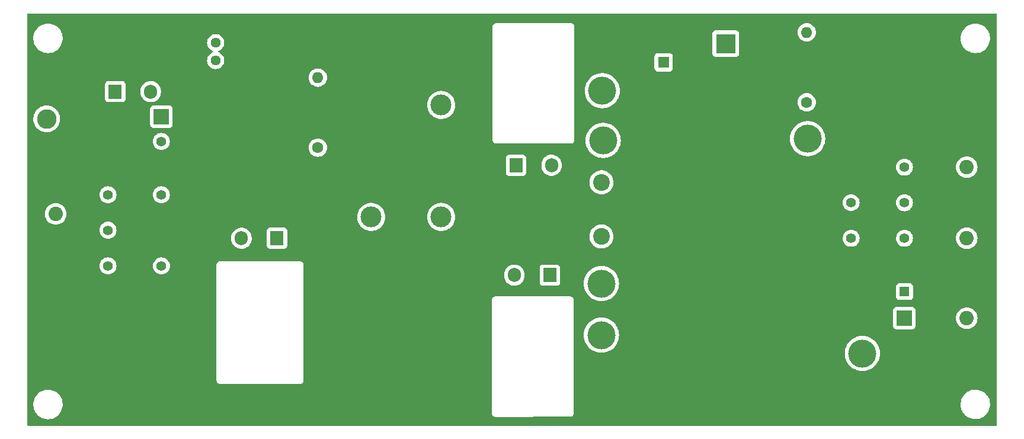
<source format=gbr>
G04 #@! TF.GenerationSoftware,KiCad,Pcbnew,(6.0.0)*
G04 #@! TF.CreationDate,2022-05-31T00:37:06+02:00*
G04 #@! TF.ProjectId,rfamp3,7266616d-7033-42e6-9b69-6361645f7063,rev?*
G04 #@! TF.SameCoordinates,Original*
G04 #@! TF.FileFunction,Copper,L2,Bot*
G04 #@! TF.FilePolarity,Positive*
%FSLAX46Y46*%
G04 Gerber Fmt 4.6, Leading zero omitted, Abs format (unit mm)*
G04 Created by KiCad (PCBNEW (6.0.0)) date 2022-05-31 00:37:06*
%MOMM*%
%LPD*%
G01*
G04 APERTURE LIST*
G04 #@! TA.AperFunction,ComponentPad*
%ADD10C,2.050000*%
G04 #@! TD*
G04 #@! TA.AperFunction,ComponentPad*
%ADD11C,2.250000*%
G04 #@! TD*
G04 #@! TA.AperFunction,ComponentPad*
%ADD12R,2.800000X2.800000*%
G04 #@! TD*
G04 #@! TA.AperFunction,ComponentPad*
%ADD13C,2.800000*%
G04 #@! TD*
G04 #@! TA.AperFunction,ComponentPad*
%ADD14R,1.400000X1.400000*%
G04 #@! TD*
G04 #@! TA.AperFunction,ComponentPad*
%ADD15C,1.400000*%
G04 #@! TD*
G04 #@! TA.AperFunction,ComponentPad*
%ADD16R,1.905000X2.000000*%
G04 #@! TD*
G04 #@! TA.AperFunction,ComponentPad*
%ADD17O,1.905000X2.000000*%
G04 #@! TD*
G04 #@! TA.AperFunction,ComponentPad*
%ADD18C,1.440000*%
G04 #@! TD*
G04 #@! TA.AperFunction,ComponentPad*
%ADD19C,1.600000*%
G04 #@! TD*
G04 #@! TA.AperFunction,ComponentPad*
%ADD20O,1.600000X1.600000*%
G04 #@! TD*
G04 #@! TA.AperFunction,ComponentPad*
%ADD21R,1.600000X1.600000*%
G04 #@! TD*
G04 #@! TA.AperFunction,ComponentPad*
%ADD22C,3.000000*%
G04 #@! TD*
G04 #@! TA.AperFunction,ComponentPad*
%ADD23C,4.000500*%
G04 #@! TD*
G04 #@! TA.AperFunction,ComponentPad*
%ADD24C,2.400000*%
G04 #@! TD*
G04 #@! TA.AperFunction,ComponentPad*
%ADD25R,2.200000X2.200000*%
G04 #@! TD*
G04 #@! TA.AperFunction,ComponentPad*
%ADD26O,2.200000X2.200000*%
G04 #@! TD*
G04 #@! TA.AperFunction,ViaPad*
%ADD27C,0.800000*%
G04 #@! TD*
G04 APERTURE END LIST*
D10*
X66050000Y-73350000D03*
D11*
X68590000Y-75890000D03*
X68590000Y-70810000D03*
X63510000Y-70810000D03*
X63510000Y-75890000D03*
D12*
X64770000Y-64770000D03*
D13*
X64770000Y-59770000D03*
D10*
X196215000Y-76835000D03*
D11*
X193675000Y-79375000D03*
X193675000Y-74295000D03*
X198755000Y-74295000D03*
X198755000Y-79375000D03*
D12*
X161798000Y-49022000D03*
D13*
X166798000Y-49022000D03*
D14*
X73533000Y-62992000D03*
D15*
X73533000Y-70612000D03*
X73533000Y-75682000D03*
X73533000Y-80772000D03*
X81163000Y-80782000D03*
X81163000Y-75702000D03*
X81153000Y-70612000D03*
X81153000Y-62992000D03*
D14*
X187325000Y-84455000D03*
D15*
X187325000Y-76835000D03*
X187325000Y-71765000D03*
X187325000Y-66675000D03*
X179695000Y-66665000D03*
X179695000Y-71745000D03*
X179705000Y-76835000D03*
X179705000Y-84455000D03*
D16*
X74549000Y-55880000D03*
D17*
X77089000Y-55880000D03*
X79629000Y-55880000D03*
D16*
X131820920Y-66400680D03*
D17*
X134360920Y-66400680D03*
X136900920Y-66400680D03*
D16*
X136657080Y-82108040D03*
D17*
X134117080Y-82108040D03*
X131577080Y-82108040D03*
D18*
X88900000Y-48895000D03*
X88900000Y-51435000D03*
X88900000Y-53975000D03*
D19*
X173355000Y-57404000D03*
D20*
X173355000Y-47404000D03*
D10*
X196215000Y-88265000D03*
D11*
X193675000Y-90805000D03*
X198755000Y-90805000D03*
X193675000Y-85725000D03*
X198755000Y-85725000D03*
D10*
X196215000Y-66675000D03*
D11*
X193675000Y-64135000D03*
X198755000Y-69215000D03*
X198755000Y-64135000D03*
X193675000Y-69215000D03*
D21*
X152908000Y-51689000D03*
D19*
X152908000Y-46689000D03*
X103505000Y-63881000D03*
D20*
X103505000Y-53881000D03*
D16*
X97663000Y-76835000D03*
D17*
X95123000Y-76835000D03*
X92583000Y-76835000D03*
D22*
X111125000Y-57785000D03*
X111125000Y-73785000D03*
X121125000Y-57785000D03*
X121125000Y-73785000D03*
D23*
X181300000Y-93300000D03*
X144018000Y-83312000D03*
X144272000Y-62865000D03*
X144145000Y-55753000D03*
X144018000Y-90678000D03*
X173355000Y-68580000D03*
X173482000Y-62611000D03*
D24*
X144018000Y-68834000D03*
X144018000Y-76584000D03*
D25*
X81157818Y-59450000D03*
D26*
X76077818Y-59450000D03*
D25*
X187307818Y-88250000D03*
D26*
X182227818Y-88250000D03*
D27*
X171450000Y-95250000D03*
X165100000Y-76200000D03*
X104140000Y-86360000D03*
X127000000Y-48260000D03*
X198120000Y-55880000D03*
X149225000Y-68580000D03*
X68580000Y-88900000D03*
X111760000Y-48260000D03*
X119380000Y-93980000D03*
X83820000Y-91440000D03*
X111760000Y-50165000D03*
X98425000Y-62230000D03*
X66040000Y-55880000D03*
X73660000Y-93980000D03*
X96520000Y-99060000D03*
X106680000Y-88900000D03*
X111760000Y-99060000D03*
X119380000Y-91440000D03*
X198120000Y-58420000D03*
X149225000Y-73660000D03*
X86360000Y-93980000D03*
X140970000Y-86995000D03*
X63500000Y-55880000D03*
X114300000Y-99060000D03*
X158750000Y-69850000D03*
X185420000Y-45720000D03*
X168275000Y-55880000D03*
X124460000Y-50165000D03*
X101600000Y-99060000D03*
X149225000Y-55880000D03*
X86360000Y-88900000D03*
X106045000Y-96520000D03*
X121920000Y-91440000D03*
X116840000Y-99060000D03*
X114300000Y-96520000D03*
X193040000Y-55880000D03*
X104140000Y-99060000D03*
X141605000Y-48260000D03*
X153035000Y-60325000D03*
X187325000Y-99060000D03*
X100965000Y-69850000D03*
X68580000Y-83820000D03*
X66040000Y-86360000D03*
X149225000Y-99060000D03*
X149225000Y-88900000D03*
X149225000Y-86360000D03*
X149225000Y-66040000D03*
X171450000Y-88900000D03*
X152400000Y-76200000D03*
X98425000Y-59690000D03*
X121920000Y-88900000D03*
X190500000Y-53340000D03*
X185420000Y-48260000D03*
X104140000Y-81280000D03*
X116840000Y-91465400D03*
X149225000Y-81280000D03*
X95885000Y-69850000D03*
X63500000Y-53340000D03*
X119380000Y-88900000D03*
X185420000Y-58420000D03*
X177165000Y-99060000D03*
X149225000Y-93980000D03*
X167005000Y-99060000D03*
X171450000Y-76200000D03*
X66040000Y-53340000D03*
X100965000Y-72390000D03*
X114300000Y-91440000D03*
X171450000Y-82550000D03*
X119380000Y-48260000D03*
X114300000Y-93980000D03*
X100965000Y-67310000D03*
X149225000Y-91440000D03*
X182880000Y-50800000D03*
X182245000Y-99060000D03*
X124460000Y-96520000D03*
X195580000Y-55880000D03*
X71120000Y-91440000D03*
X124460000Y-91440000D03*
X149225000Y-60960000D03*
X119380000Y-96520000D03*
X104775000Y-74930000D03*
X106680000Y-69850000D03*
X165100000Y-95250000D03*
X121920000Y-48260000D03*
X111760000Y-88900000D03*
X104775000Y-72390000D03*
X106680000Y-67310000D03*
X104140000Y-96520000D03*
X144780000Y-50800000D03*
X187960000Y-55880000D03*
X149225000Y-63500000D03*
X92710000Y-53975000D03*
X83820000Y-58420000D03*
X116840000Y-93980000D03*
X149225000Y-83820000D03*
X177800000Y-45720000D03*
X111379000Y-53441600D03*
X83820000Y-53340000D03*
X195580000Y-58420000D03*
X143510000Y-99060000D03*
X158750000Y-88900000D03*
X121920000Y-50165000D03*
X111760000Y-93980000D03*
X104140000Y-88900000D03*
X119380000Y-99060000D03*
X165100000Y-69850000D03*
X161925000Y-99060000D03*
X149225000Y-58420000D03*
X158750000Y-56515000D03*
X106984800Y-56591200D03*
X151765000Y-99060000D03*
X197485000Y-95250000D03*
X193040000Y-53340000D03*
X184785000Y-99060000D03*
X187960000Y-53340000D03*
X153035000Y-56515000D03*
X111760000Y-91440000D03*
X106680000Y-91440000D03*
X144780000Y-48260000D03*
X100965000Y-74295000D03*
X158750000Y-95250000D03*
X179705000Y-99060000D03*
X98425000Y-69850000D03*
X195580000Y-53340000D03*
X190500000Y-58420000D03*
X152400000Y-88900000D03*
X159385000Y-99060000D03*
X121920000Y-93980000D03*
X106680000Y-74930000D03*
X116840000Y-88900000D03*
X68580000Y-55880000D03*
X93980000Y-99060000D03*
X104140000Y-93980000D03*
X119380000Y-50165000D03*
X104775000Y-69850000D03*
X156845000Y-99060000D03*
X116840000Y-48260000D03*
X149225000Y-76200000D03*
X116840000Y-84455000D03*
X124460000Y-48260000D03*
X124460000Y-99060000D03*
X76200000Y-96520000D03*
X104140000Y-91440000D03*
X154305000Y-99060000D03*
X124460000Y-93980000D03*
X99060000Y-99060000D03*
X127000000Y-50165000D03*
X181610000Y-45720000D03*
X66040000Y-88900000D03*
X98425000Y-72390000D03*
X111760000Y-96520000D03*
X106680000Y-72390000D03*
X165100000Y-63500000D03*
X158115000Y-76200000D03*
X149225000Y-78740000D03*
X169545000Y-99060000D03*
X83820000Y-86360000D03*
X165100000Y-88900000D03*
X149225000Y-73660000D03*
X106680000Y-86360000D03*
X68580000Y-86360000D03*
X106680000Y-93980000D03*
X140970000Y-99060000D03*
X153035000Y-63500000D03*
X68580000Y-53340000D03*
X152400000Y-81915000D03*
X158750000Y-63500000D03*
X81280000Y-101600000D03*
X124460000Y-88900000D03*
X66040000Y-83820000D03*
X149225000Y-71120000D03*
X116840000Y-96520000D03*
X109220000Y-83820000D03*
X98425000Y-64770000D03*
X106680000Y-64770000D03*
X91440000Y-99060000D03*
X164465000Y-99060000D03*
X149225000Y-96520000D03*
X158750000Y-82550000D03*
X191135000Y-95250000D03*
X106680000Y-83820000D03*
X121920000Y-99060000D03*
X165100000Y-60325000D03*
X114300000Y-88900000D03*
X83820000Y-55880000D03*
X174625000Y-99060000D03*
X140970000Y-95250000D03*
X78740000Y-99060000D03*
X114300000Y-48260000D03*
X185420000Y-50800000D03*
X152400000Y-69850000D03*
X104140000Y-83820000D03*
X187960000Y-58420000D03*
X158750000Y-60325000D03*
X185420000Y-55880000D03*
X118745000Y-84455000D03*
X180340000Y-48260000D03*
X141605000Y-50800000D03*
X165100000Y-82550000D03*
X198120000Y-53340000D03*
X121920000Y-96520000D03*
X146050000Y-99060000D03*
X185420000Y-53340000D03*
X83820000Y-60960000D03*
X152400000Y-95250000D03*
X193040000Y-58420000D03*
X120650000Y-84455000D03*
X104775000Y-67310000D03*
X184785000Y-95250000D03*
X98425000Y-67310000D03*
X190500000Y-55880000D03*
G04 #@! TA.AperFunction,Conductor*
G36*
X132182397Y-44698988D02*
G01*
X200407009Y-44703954D01*
X200475128Y-44723961D01*
X200521617Y-44777620D01*
X200533000Y-44829954D01*
X200533000Y-103505955D01*
X200512998Y-103574076D01*
X200459342Y-103620569D01*
X200406991Y-103631955D01*
X125608406Y-103626595D01*
X62123758Y-103622045D01*
X62055639Y-103602038D01*
X62009150Y-103548379D01*
X61997767Y-103496091D01*
X61996749Y-100722703D01*
X62840743Y-100722703D01*
X62878268Y-101007734D01*
X62879401Y-101011874D01*
X62879401Y-101011876D01*
X62883035Y-101025159D01*
X62954129Y-101285036D01*
X62955813Y-101288984D01*
X63062098Y-101538163D01*
X63066923Y-101549476D01*
X63078693Y-101569142D01*
X63207587Y-101784508D01*
X63214561Y-101796161D01*
X63394313Y-102020528D01*
X63455370Y-102078469D01*
X63584311Y-102200829D01*
X63602851Y-102218423D01*
X63781983Y-102347143D01*
X63818240Y-102373196D01*
X63836317Y-102386186D01*
X63840112Y-102388195D01*
X63840113Y-102388196D01*
X63861869Y-102399715D01*
X64090392Y-102520712D01*
X64114699Y-102529607D01*
X64319384Y-102604511D01*
X64360373Y-102619511D01*
X64641264Y-102680755D01*
X64669841Y-102683004D01*
X64864282Y-102698307D01*
X64864291Y-102698307D01*
X64866739Y-102698500D01*
X65022271Y-102698500D01*
X65024407Y-102698354D01*
X65024418Y-102698354D01*
X65232548Y-102684165D01*
X65232554Y-102684164D01*
X65236825Y-102683873D01*
X65241020Y-102683004D01*
X65241022Y-102683004D01*
X65377584Y-102654723D01*
X65518342Y-102625574D01*
X65789343Y-102529607D01*
X66044812Y-102397750D01*
X66048313Y-102395289D01*
X66048317Y-102395287D01*
X66233510Y-102265131D01*
X66280023Y-102232441D01*
X66400742Y-102120262D01*
X66487479Y-102039661D01*
X66487481Y-102039658D01*
X66490622Y-102036740D01*
X66591301Y-101913734D01*
X128355917Y-101913734D01*
X128358386Y-101922358D01*
X128358387Y-101922364D01*
X128364006Y-101941987D01*
X128367599Y-101958793D01*
X128371765Y-101987885D01*
X128375481Y-101996058D01*
X128382440Y-102011364D01*
X128388873Y-102028835D01*
X128393501Y-102045000D01*
X128393503Y-102045004D01*
X128395972Y-102053628D01*
X128400762Y-102061212D01*
X128400763Y-102061214D01*
X128411662Y-102078469D01*
X128419833Y-102093605D01*
X128431993Y-102120350D01*
X128437854Y-102127152D01*
X128448829Y-102139889D01*
X128459899Y-102154842D01*
X128473678Y-102176657D01*
X128480409Y-102182596D01*
X128480411Y-102182598D01*
X128495711Y-102196098D01*
X128507802Y-102208332D01*
X128521117Y-102223785D01*
X128521122Y-102223789D01*
X128526979Y-102230587D01*
X128534508Y-102235467D01*
X128534509Y-102235468D01*
X128548626Y-102244618D01*
X128563447Y-102255862D01*
X128582792Y-102272930D01*
X128590916Y-102276740D01*
X128590920Y-102276742D01*
X128609399Y-102285407D01*
X128624432Y-102293752D01*
X128649087Y-102309733D01*
X128657688Y-102312305D01*
X128657692Y-102312307D01*
X128673798Y-102317124D01*
X128691192Y-102323761D01*
X128706411Y-102330898D01*
X128706416Y-102330900D01*
X128714542Y-102334710D01*
X128723411Y-102336087D01*
X128723412Y-102336087D01*
X128743582Y-102339218D01*
X128760353Y-102343009D01*
X128788501Y-102351427D01*
X128797479Y-102351482D01*
X128822950Y-102351638D01*
X128823834Y-102351675D01*
X128825025Y-102351859D01*
X128856351Y-102351844D01*
X128857045Y-102351846D01*
X128934012Y-102352316D01*
X128935455Y-102351903D01*
X128936884Y-102351805D01*
X139534197Y-102346764D01*
X139534834Y-102346766D01*
X139562810Y-102346919D01*
X139603516Y-102347143D01*
X139603518Y-102347143D01*
X139612491Y-102347192D01*
X139640846Y-102339069D01*
X139657610Y-102335481D01*
X139663883Y-102334579D01*
X139677916Y-102332563D01*
X139677919Y-102332562D01*
X139686799Y-102331286D01*
X139710181Y-102320641D01*
X139727673Y-102314194D01*
X139752379Y-102307116D01*
X139759966Y-102302322D01*
X139759969Y-102302321D01*
X139777304Y-102291368D01*
X139792396Y-102283214D01*
X139811064Y-102274715D01*
X139811065Y-102274715D01*
X139819235Y-102270995D01*
X139838685Y-102254220D01*
X139853676Y-102243114D01*
X139867808Y-102234186D01*
X139867811Y-102234183D01*
X139875396Y-102229391D01*
X139894898Y-102207281D01*
X139907099Y-102195215D01*
X139922630Y-102181820D01*
X139922633Y-102181817D01*
X139929427Y-102175957D01*
X139934304Y-102168425D01*
X139943391Y-102154391D01*
X139954660Y-102139529D01*
X139965711Y-102127000D01*
X139965714Y-102126995D01*
X139971653Y-102120262D01*
X139975466Y-102112128D01*
X139984166Y-102093568D01*
X139992489Y-102078563D01*
X140003636Y-102061347D01*
X140003637Y-102061344D01*
X140008515Y-102053811D01*
X140015864Y-102029197D01*
X140022507Y-102011772D01*
X140033413Y-101988504D01*
X140037932Y-101959362D01*
X140041709Y-101942628D01*
X140041900Y-101941987D01*
X140050143Y-101914378D01*
X140050337Y-101879954D01*
X140050370Y-101879144D01*
X140050545Y-101878018D01*
X140050525Y-101846861D01*
X140050527Y-101846148D01*
X140050707Y-101814268D01*
X140050963Y-101768866D01*
X140050568Y-101767489D01*
X140050474Y-101766118D01*
X140050351Y-101569142D01*
X140049810Y-100707703D01*
X195340743Y-100707703D01*
X195341302Y-100711947D01*
X195341302Y-100711951D01*
X195357810Y-100837340D01*
X195378268Y-100992734D01*
X195379401Y-100996874D01*
X195379401Y-100996876D01*
X195383035Y-101010159D01*
X195454129Y-101270036D01*
X195566923Y-101534476D01*
X195578107Y-101553163D01*
X195707203Y-101768866D01*
X195714561Y-101781161D01*
X195894313Y-102005528D01*
X195945000Y-102053628D01*
X196094202Y-102195215D01*
X196102851Y-102203423D01*
X196286627Y-102335480D01*
X196310021Y-102352290D01*
X196336317Y-102371186D01*
X196340112Y-102373195D01*
X196340113Y-102373196D01*
X196359912Y-102383679D01*
X196590392Y-102505712D01*
X196860373Y-102604511D01*
X197141264Y-102665755D01*
X197169841Y-102668004D01*
X197364282Y-102683307D01*
X197364291Y-102683307D01*
X197366739Y-102683500D01*
X197522271Y-102683500D01*
X197524407Y-102683354D01*
X197524418Y-102683354D01*
X197732548Y-102669165D01*
X197732554Y-102669164D01*
X197736825Y-102668873D01*
X197741020Y-102668004D01*
X197741022Y-102668004D01*
X197945909Y-102625574D01*
X198018342Y-102610574D01*
X198289343Y-102514607D01*
X198544812Y-102382750D01*
X198548313Y-102380289D01*
X198548317Y-102380287D01*
X198754373Y-102235468D01*
X198780023Y-102217441D01*
X198929473Y-102078563D01*
X198987479Y-102024661D01*
X198987481Y-102024658D01*
X198990622Y-102021740D01*
X199172713Y-101799268D01*
X199322927Y-101554142D01*
X199438483Y-101290898D01*
X199517244Y-101014406D01*
X199557751Y-100729784D01*
X199557789Y-100722703D01*
X199559235Y-100446583D01*
X199559235Y-100446576D01*
X199559257Y-100442297D01*
X199521732Y-100157266D01*
X199518778Y-100146466D01*
X199499585Y-100076311D01*
X199445871Y-99879964D01*
X199339475Y-99630524D01*
X199334763Y-99619476D01*
X199334761Y-99619472D01*
X199333077Y-99615524D01*
X199196620Y-99387521D01*
X199187643Y-99372521D01*
X199187640Y-99372517D01*
X199185439Y-99368839D01*
X199005687Y-99144472D01*
X198882289Y-99027372D01*
X198800258Y-98949527D01*
X198800255Y-98949525D01*
X198797149Y-98946577D01*
X198607064Y-98809987D01*
X198567172Y-98781321D01*
X198567171Y-98781320D01*
X198563683Y-98778814D01*
X198543335Y-98768040D01*
X198518654Y-98754972D01*
X198309608Y-98644288D01*
X198084647Y-98561964D01*
X198043658Y-98546964D01*
X198043656Y-98546963D01*
X198039627Y-98545489D01*
X197758736Y-98484245D01*
X197723857Y-98481500D01*
X197535718Y-98466693D01*
X197535709Y-98466693D01*
X197533261Y-98466500D01*
X197377729Y-98466500D01*
X197375593Y-98466646D01*
X197375582Y-98466646D01*
X197167452Y-98480835D01*
X197167446Y-98480836D01*
X197163175Y-98481127D01*
X197158980Y-98481996D01*
X197158978Y-98481996D01*
X197092152Y-98495835D01*
X196881658Y-98539426D01*
X196610657Y-98635393D01*
X196355188Y-98767250D01*
X196351687Y-98769711D01*
X196351683Y-98769713D01*
X196320251Y-98791804D01*
X196119977Y-98932559D01*
X196041597Y-99005394D01*
X195979105Y-99063466D01*
X195909378Y-99128260D01*
X195727287Y-99350732D01*
X195577073Y-99595858D01*
X195575347Y-99599791D01*
X195575346Y-99599792D01*
X195568440Y-99615524D01*
X195461517Y-99859102D01*
X195382756Y-100135594D01*
X195342249Y-100420216D01*
X195342227Y-100424505D01*
X195342226Y-100424512D01*
X195340765Y-100703417D01*
X195340743Y-100707703D01*
X140049810Y-100707703D01*
X140045158Y-93300000D01*
X178786290Y-93300000D01*
X178806111Y-93615051D01*
X178865263Y-93925134D01*
X178962812Y-94225358D01*
X179097219Y-94510989D01*
X179266366Y-94777522D01*
X179467584Y-95020753D01*
X179697701Y-95236847D01*
X179953087Y-95422396D01*
X179956556Y-95424303D01*
X179956559Y-95424305D01*
X180226243Y-95572565D01*
X180229714Y-95574473D01*
X180523221Y-95690680D01*
X180527051Y-95691663D01*
X180527059Y-95691666D01*
X180711349Y-95738983D01*
X180828978Y-95769185D01*
X180832906Y-95769681D01*
X180832910Y-95769682D01*
X180956292Y-95785269D01*
X181142163Y-95808750D01*
X181457837Y-95808750D01*
X181643708Y-95785269D01*
X181767090Y-95769682D01*
X181767094Y-95769681D01*
X181771022Y-95769185D01*
X181888651Y-95738983D01*
X182072941Y-95691666D01*
X182072949Y-95691663D01*
X182076779Y-95690680D01*
X182370286Y-95574473D01*
X182373757Y-95572565D01*
X182643441Y-95424305D01*
X182643444Y-95424303D01*
X182646913Y-95422396D01*
X182902299Y-95236847D01*
X183132416Y-95020753D01*
X183333634Y-94777522D01*
X183502781Y-94510989D01*
X183637188Y-94225358D01*
X183734737Y-93925134D01*
X183793889Y-93615051D01*
X183813710Y-93300000D01*
X183793889Y-92984949D01*
X183734737Y-92674866D01*
X183637188Y-92374642D01*
X183502781Y-92089011D01*
X183333634Y-91822478D01*
X183132416Y-91579247D01*
X182902299Y-91363153D01*
X182646913Y-91177604D01*
X182370286Y-91025527D01*
X182076779Y-90909320D01*
X182072949Y-90908337D01*
X182072941Y-90908334D01*
X181880553Y-90858938D01*
X181771022Y-90830815D01*
X181767094Y-90830319D01*
X181767090Y-90830318D01*
X181643708Y-90814731D01*
X181457837Y-90791250D01*
X181142163Y-90791250D01*
X180956292Y-90814731D01*
X180832910Y-90830318D01*
X180832906Y-90830319D01*
X180828978Y-90830815D01*
X180719447Y-90858938D01*
X180527059Y-90908334D01*
X180527051Y-90908337D01*
X180523221Y-90909320D01*
X180229714Y-91025527D01*
X179953087Y-91177604D01*
X179697701Y-91363153D01*
X179467584Y-91579247D01*
X179266366Y-91822478D01*
X179097219Y-92089011D01*
X178962812Y-92374642D01*
X178865263Y-92674866D01*
X178806111Y-92984949D01*
X178786290Y-93300000D01*
X140045158Y-93300000D01*
X140043512Y-90678000D01*
X141504290Y-90678000D01*
X141524111Y-90993051D01*
X141583263Y-91303134D01*
X141680812Y-91603358D01*
X141815219Y-91888989D01*
X141984366Y-92155522D01*
X142185584Y-92398753D01*
X142415701Y-92614847D01*
X142671087Y-92800396D01*
X142947714Y-92952473D01*
X143241221Y-93068680D01*
X143245051Y-93069663D01*
X143245059Y-93069666D01*
X143437447Y-93119062D01*
X143546978Y-93147185D01*
X143550906Y-93147681D01*
X143550910Y-93147682D01*
X143674292Y-93163269D01*
X143860163Y-93186750D01*
X144175837Y-93186750D01*
X144361708Y-93163269D01*
X144485090Y-93147682D01*
X144485094Y-93147681D01*
X144489022Y-93147185D01*
X144598553Y-93119062D01*
X144790941Y-93069666D01*
X144790949Y-93069663D01*
X144794779Y-93068680D01*
X145088286Y-92952473D01*
X145364913Y-92800396D01*
X145620299Y-92614847D01*
X145850416Y-92398753D01*
X146051634Y-92155522D01*
X146220781Y-91888989D01*
X146355188Y-91603358D01*
X146452737Y-91303134D01*
X146511889Y-90993051D01*
X146531710Y-90678000D01*
X146511889Y-90362949D01*
X146452737Y-90052866D01*
X146355188Y-89752642D01*
X146343572Y-89727955D01*
X146281810Y-89596705D01*
X146220781Y-89467011D01*
X146177070Y-89398134D01*
X185699318Y-89398134D01*
X185706073Y-89460316D01*
X185757203Y-89596705D01*
X185844557Y-89713261D01*
X185961113Y-89800615D01*
X186097502Y-89851745D01*
X186159684Y-89858500D01*
X188455952Y-89858500D01*
X188518134Y-89851745D01*
X188654523Y-89800615D01*
X188771079Y-89713261D01*
X188858433Y-89596705D01*
X188909563Y-89460316D01*
X188916318Y-89398134D01*
X188916318Y-88265000D01*
X194676758Y-88265000D01*
X194695696Y-88505634D01*
X194696850Y-88510441D01*
X194696851Y-88510447D01*
X194708252Y-88557935D01*
X194752045Y-88740343D01*
X194844416Y-88963347D01*
X194970536Y-89169156D01*
X195127299Y-89352701D01*
X195310844Y-89509464D01*
X195516653Y-89635584D01*
X195521223Y-89637477D01*
X195521227Y-89637479D01*
X195686848Y-89706081D01*
X195739657Y-89727955D01*
X195822039Y-89747733D01*
X195969553Y-89783149D01*
X195969559Y-89783150D01*
X195974366Y-89784304D01*
X196215000Y-89803242D01*
X196455634Y-89784304D01*
X196460441Y-89783150D01*
X196460447Y-89783149D01*
X196607961Y-89747733D01*
X196690343Y-89727955D01*
X196743152Y-89706081D01*
X196908773Y-89637479D01*
X196908777Y-89637477D01*
X196913347Y-89635584D01*
X197119156Y-89509464D01*
X197302701Y-89352701D01*
X197459464Y-89169156D01*
X197585584Y-88963347D01*
X197677955Y-88740343D01*
X197721748Y-88557935D01*
X197733149Y-88510447D01*
X197733150Y-88510441D01*
X197734304Y-88505634D01*
X197753242Y-88265000D01*
X197734304Y-88024366D01*
X197733150Y-88019559D01*
X197733149Y-88019553D01*
X197679110Y-87794469D01*
X197677955Y-87789657D01*
X197585584Y-87566653D01*
X197459464Y-87360844D01*
X197302701Y-87177299D01*
X197119156Y-87020536D01*
X196913347Y-86894416D01*
X196908777Y-86892523D01*
X196908773Y-86892521D01*
X196694916Y-86803939D01*
X196694914Y-86803938D01*
X196690343Y-86802045D01*
X196604176Y-86781358D01*
X196460447Y-86746851D01*
X196460441Y-86746850D01*
X196455634Y-86745696D01*
X196215000Y-86726758D01*
X195974366Y-86745696D01*
X195969559Y-86746850D01*
X195969553Y-86746851D01*
X195825824Y-86781358D01*
X195739657Y-86802045D01*
X195735086Y-86803938D01*
X195735084Y-86803939D01*
X195521227Y-86892521D01*
X195521223Y-86892523D01*
X195516653Y-86894416D01*
X195310844Y-87020536D01*
X195127299Y-87177299D01*
X194970536Y-87360844D01*
X194844416Y-87566653D01*
X194752045Y-87789657D01*
X194750890Y-87794469D01*
X194696851Y-88019553D01*
X194696850Y-88019559D01*
X194695696Y-88024366D01*
X194676758Y-88265000D01*
X188916318Y-88265000D01*
X188916318Y-87101866D01*
X188909563Y-87039684D01*
X188858433Y-86903295D01*
X188771079Y-86786739D01*
X188654523Y-86699385D01*
X188518134Y-86648255D01*
X188455952Y-86641500D01*
X186159684Y-86641500D01*
X186097502Y-86648255D01*
X185961113Y-86699385D01*
X185844557Y-86786739D01*
X185757203Y-86903295D01*
X185706073Y-87039684D01*
X185699318Y-87101866D01*
X185699318Y-89398134D01*
X146177070Y-89398134D01*
X146051634Y-89200478D01*
X145850416Y-88957247D01*
X145620299Y-88741153D01*
X145364913Y-88555604D01*
X145088286Y-88403527D01*
X144794779Y-88287320D01*
X144790949Y-88286337D01*
X144790941Y-88286334D01*
X144598553Y-88236938D01*
X144489022Y-88208815D01*
X144485094Y-88208319D01*
X144485090Y-88208318D01*
X144361708Y-88192731D01*
X144175837Y-88169250D01*
X143860163Y-88169250D01*
X143674292Y-88192731D01*
X143550910Y-88208318D01*
X143550906Y-88208319D01*
X143546978Y-88208815D01*
X143437447Y-88236938D01*
X143245059Y-88286334D01*
X143245051Y-88286337D01*
X143241221Y-88287320D01*
X142947714Y-88403527D01*
X142671087Y-88555604D01*
X142415701Y-88741153D01*
X142185584Y-88957247D01*
X141984366Y-89200478D01*
X141815219Y-89467011D01*
X141754190Y-89596705D01*
X141692429Y-89727955D01*
X141680812Y-89752642D01*
X141583263Y-90052866D01*
X141524111Y-90362949D01*
X141504290Y-90678000D01*
X140043512Y-90678000D01*
X140040365Y-85667099D01*
X140040367Y-85666388D01*
X140040803Y-85589066D01*
X140032658Y-85560618D01*
X140029075Y-85543880D01*
X140026142Y-85523491D01*
X140024864Y-85514606D01*
X140014256Y-85491313D01*
X140007794Y-85473780D01*
X140003219Y-85457802D01*
X140000748Y-85449172D01*
X139984948Y-85424156D01*
X139976818Y-85409108D01*
X139964553Y-85382179D01*
X139947836Y-85362802D01*
X139936710Y-85347784D01*
X139927834Y-85333732D01*
X139923041Y-85326143D01*
X139900861Y-85306573D01*
X139888825Y-85294402D01*
X139875362Y-85278797D01*
X139875359Y-85278794D01*
X139869498Y-85272001D01*
X139848012Y-85258093D01*
X139833122Y-85246804D01*
X139820659Y-85235808D01*
X139820652Y-85235804D01*
X139813927Y-85229870D01*
X139787142Y-85217310D01*
X139772177Y-85209008D01*
X139768350Y-85206531D01*
X139747340Y-85192932D01*
X139738737Y-85190365D01*
X139738735Y-85190364D01*
X139722819Y-85185615D01*
X139705353Y-85178957D01*
X139690302Y-85171899D01*
X139690299Y-85171898D01*
X139682178Y-85168090D01*
X139673311Y-85166714D01*
X139673309Y-85166713D01*
X139658069Y-85164348D01*
X139652952Y-85163554D01*
X139636249Y-85159784D01*
X139616503Y-85153892D01*
X139607900Y-85151325D01*
X139582648Y-85151186D01*
X139573512Y-85151136D01*
X139572753Y-85151105D01*
X139571695Y-85150941D01*
X139568806Y-85150942D01*
X139568797Y-85150942D01*
X139549310Y-85150952D01*
X139540804Y-85150956D01*
X139540168Y-85150954D01*
X139494925Y-85150706D01*
X139466242Y-85150549D01*
X139466241Y-85150549D01*
X139462389Y-85150528D01*
X139461078Y-85150904D01*
X139459765Y-85150994D01*
X132242432Y-85154431D01*
X128872338Y-85156036D01*
X128871646Y-85156034D01*
X128794708Y-85155564D01*
X128766158Y-85163724D01*
X128749467Y-85167291D01*
X128720080Y-85171514D01*
X128696874Y-85182079D01*
X128679308Y-85188546D01*
X128654795Y-85195552D01*
X128647205Y-85200341D01*
X128647198Y-85200344D01*
X128629688Y-85211392D01*
X128614661Y-85219505D01*
X128587644Y-85231805D01*
X128580844Y-85237670D01*
X128568341Y-85248453D01*
X128553285Y-85259599D01*
X128531729Y-85273200D01*
X128525786Y-85279929D01*
X128525785Y-85279930D01*
X128512079Y-85295449D01*
X128499935Y-85307452D01*
X128477452Y-85326843D01*
X128472574Y-85334377D01*
X128472572Y-85334379D01*
X128463596Y-85348242D01*
X128452276Y-85363163D01*
X128435404Y-85382268D01*
X128431593Y-85390386D01*
X128431590Y-85390390D01*
X128422787Y-85409141D01*
X128414497Y-85424073D01*
X128403243Y-85441454D01*
X128403241Y-85441458D01*
X128398365Y-85448989D01*
X128395799Y-85457584D01*
X128395797Y-85457588D01*
X128391073Y-85473412D01*
X128384395Y-85490912D01*
X128373561Y-85513988D01*
X128372058Y-85523642D01*
X128368994Y-85543321D01*
X128365228Y-85559981D01*
X128365036Y-85560625D01*
X128356737Y-85588423D01*
X128356686Y-85597399D01*
X128356686Y-85597401D01*
X128356543Y-85622778D01*
X128356514Y-85623469D01*
X128356360Y-85624463D01*
X128356360Y-85654968D01*
X128356358Y-85655678D01*
X128355917Y-85733934D01*
X128356275Y-85735183D01*
X128356360Y-85736431D01*
X128356360Y-101834767D01*
X128356358Y-101835477D01*
X128355917Y-101913734D01*
X66591301Y-101913734D01*
X66672713Y-101814268D01*
X66822927Y-101569142D01*
X66831239Y-101550208D01*
X66936757Y-101309830D01*
X66938483Y-101305898D01*
X67017244Y-101029406D01*
X67057751Y-100744784D01*
X67057808Y-100734036D01*
X67059235Y-100461583D01*
X67059235Y-100461576D01*
X67059257Y-100457297D01*
X67057847Y-100446583D01*
X67022292Y-100176522D01*
X67021732Y-100172266D01*
X67017629Y-100157266D01*
X66947003Y-99899103D01*
X66945871Y-99894964D01*
X66833077Y-99630524D01*
X66685439Y-99383839D01*
X66505687Y-99159472D01*
X66297149Y-98961577D01*
X66063683Y-98793814D01*
X66041843Y-98782250D01*
X66009801Y-98765285D01*
X65809608Y-98659288D01*
X65539627Y-98560489D01*
X65258736Y-98499245D01*
X65227685Y-98496801D01*
X65035718Y-98481693D01*
X65035709Y-98481693D01*
X65033261Y-98481500D01*
X64877729Y-98481500D01*
X64875593Y-98481646D01*
X64875582Y-98481646D01*
X64667452Y-98495835D01*
X64667446Y-98495836D01*
X64663175Y-98496127D01*
X64658980Y-98496996D01*
X64658978Y-98496996D01*
X64522417Y-98525276D01*
X64381658Y-98554426D01*
X64110657Y-98650393D01*
X63855188Y-98782250D01*
X63851687Y-98784711D01*
X63851683Y-98784713D01*
X63841594Y-98791804D01*
X63619977Y-98947559D01*
X63409378Y-99143260D01*
X63227287Y-99365732D01*
X63077073Y-99610858D01*
X62961517Y-99874102D01*
X62882756Y-100150594D01*
X62842249Y-100435216D01*
X62842227Y-100439505D01*
X62842226Y-100439512D01*
X62840799Y-100711951D01*
X62840743Y-100722703D01*
X61996749Y-100722703D01*
X61995465Y-97224652D01*
X89026524Y-97224652D01*
X89028990Y-97233281D01*
X89028991Y-97233286D01*
X89034639Y-97253048D01*
X89038217Y-97269809D01*
X89041130Y-97290152D01*
X89041133Y-97290162D01*
X89042405Y-97299045D01*
X89053021Y-97322395D01*
X89059464Y-97339907D01*
X89066512Y-97364565D01*
X89082274Y-97389548D01*
X89090404Y-97404614D01*
X89102633Y-97431510D01*
X89119374Y-97450939D01*
X89130479Y-97465947D01*
X89144160Y-97487631D01*
X89150888Y-97493573D01*
X89166296Y-97507181D01*
X89178340Y-97519373D01*
X89197619Y-97541747D01*
X89205147Y-97546626D01*
X89205150Y-97546629D01*
X89219139Y-97555696D01*
X89234013Y-97566986D01*
X89253228Y-97583956D01*
X89261354Y-97587771D01*
X89261355Y-97587772D01*
X89267021Y-97590432D01*
X89279966Y-97596510D01*
X89294935Y-97604824D01*
X89319727Y-97620893D01*
X89336650Y-97625954D01*
X89344290Y-97628239D01*
X89361736Y-97634901D01*
X89384948Y-97645799D01*
X89414130Y-97650343D01*
X89430849Y-97654126D01*
X89450536Y-97660014D01*
X89450539Y-97660015D01*
X89459141Y-97662587D01*
X89468116Y-97662642D01*
X89468117Y-97662642D01*
X89474810Y-97662683D01*
X89493556Y-97662797D01*
X89494328Y-97662830D01*
X89495423Y-97663000D01*
X89526298Y-97663000D01*
X89527068Y-97663002D01*
X89600716Y-97663452D01*
X89600717Y-97663452D01*
X89604652Y-97663476D01*
X89605996Y-97663092D01*
X89607341Y-97663000D01*
X100956298Y-97663000D01*
X100957069Y-97663002D01*
X101034652Y-97663476D01*
X101043281Y-97661010D01*
X101043286Y-97661009D01*
X101063048Y-97655361D01*
X101079809Y-97651783D01*
X101100152Y-97648870D01*
X101100162Y-97648867D01*
X101109045Y-97647595D01*
X101132395Y-97636979D01*
X101149907Y-97630536D01*
X101165937Y-97625954D01*
X101174565Y-97623488D01*
X101199548Y-97607726D01*
X101214614Y-97599596D01*
X101241510Y-97587367D01*
X101260939Y-97570626D01*
X101275947Y-97559521D01*
X101290039Y-97550630D01*
X101297631Y-97545840D01*
X101317182Y-97523703D01*
X101329374Y-97511659D01*
X101344949Y-97498239D01*
X101344950Y-97498237D01*
X101351747Y-97492381D01*
X101356626Y-97484853D01*
X101356629Y-97484850D01*
X101365696Y-97470861D01*
X101376986Y-97455987D01*
X101388012Y-97443502D01*
X101393956Y-97436772D01*
X101406510Y-97410034D01*
X101414824Y-97395065D01*
X101430893Y-97370273D01*
X101438239Y-97345709D01*
X101444901Y-97328264D01*
X101451983Y-97313179D01*
X101455799Y-97305052D01*
X101460343Y-97275870D01*
X101464126Y-97259151D01*
X101470014Y-97239464D01*
X101470015Y-97239461D01*
X101472587Y-97230859D01*
X101472797Y-97196444D01*
X101472830Y-97195672D01*
X101473000Y-97194577D01*
X101473000Y-97163702D01*
X101473002Y-97162932D01*
X101473452Y-97089284D01*
X101473452Y-97089283D01*
X101473476Y-97085348D01*
X101473092Y-97084004D01*
X101473000Y-97082659D01*
X101473000Y-82216442D01*
X130116080Y-82216442D01*
X130116292Y-82219015D01*
X130116292Y-82219026D01*
X130117807Y-82237447D01*
X130130758Y-82394977D01*
X130189286Y-82627984D01*
X130285083Y-82848303D01*
X130415578Y-83050017D01*
X130577266Y-83227710D01*
X130613124Y-83256029D01*
X130761750Y-83373407D01*
X130761755Y-83373410D01*
X130765804Y-83376608D01*
X130770320Y-83379101D01*
X130770323Y-83379103D01*
X130971606Y-83490217D01*
X130971610Y-83490219D01*
X130976130Y-83492714D01*
X130980999Y-83494438D01*
X130981003Y-83494440D01*
X131197720Y-83571184D01*
X131197724Y-83571185D01*
X131202595Y-83572910D01*
X131207688Y-83573817D01*
X131207691Y-83573818D01*
X131434028Y-83614135D01*
X131434034Y-83614136D01*
X131439117Y-83615041D01*
X131526480Y-83616108D01*
X131674173Y-83617913D01*
X131674175Y-83617913D01*
X131679343Y-83617976D01*
X131916824Y-83581636D01*
X132029077Y-83544946D01*
X132140263Y-83508606D01*
X132140269Y-83508603D01*
X132145181Y-83506998D01*
X132149767Y-83504611D01*
X132149771Y-83504609D01*
X132353687Y-83398456D01*
X132358280Y-83396065D01*
X132424511Y-83346337D01*
X132546265Y-83254922D01*
X132546268Y-83254920D01*
X132550400Y-83251817D01*
X132641799Y-83156174D01*
X135196080Y-83156174D01*
X135202835Y-83218356D01*
X135253965Y-83354745D01*
X135341319Y-83471301D01*
X135457875Y-83558655D01*
X135594264Y-83609785D01*
X135656446Y-83616540D01*
X137657714Y-83616540D01*
X137719896Y-83609785D01*
X137856285Y-83558655D01*
X137972841Y-83471301D01*
X138060195Y-83354745D01*
X138076219Y-83312000D01*
X141504290Y-83312000D01*
X141524111Y-83627051D01*
X141583263Y-83937134D01*
X141680812Y-84237358D01*
X141815219Y-84522989D01*
X141984366Y-84789522D01*
X142185584Y-85032753D01*
X142188471Y-85035464D01*
X142395493Y-85229870D01*
X142415701Y-85248847D01*
X142418903Y-85251174D01*
X142418905Y-85251175D01*
X142458483Y-85279930D01*
X142671087Y-85434396D01*
X142674556Y-85436303D01*
X142674559Y-85436305D01*
X142944243Y-85584565D01*
X142947714Y-85586473D01*
X143241221Y-85702680D01*
X143245051Y-85703663D01*
X143245059Y-85703666D01*
X143437447Y-85753062D01*
X143546978Y-85781185D01*
X143550906Y-85781681D01*
X143550910Y-85781682D01*
X143674292Y-85797269D01*
X143860163Y-85820750D01*
X144175837Y-85820750D01*
X144361708Y-85797269D01*
X144485090Y-85781682D01*
X144485094Y-85781681D01*
X144489022Y-85781185D01*
X144598553Y-85753062D01*
X144790941Y-85703666D01*
X144790949Y-85703663D01*
X144794779Y-85702680D01*
X145088286Y-85586473D01*
X145091757Y-85584565D01*
X145361441Y-85436305D01*
X145361444Y-85436303D01*
X145364913Y-85434396D01*
X145577517Y-85279930D01*
X145617095Y-85251175D01*
X145617097Y-85251174D01*
X145620299Y-85248847D01*
X145640508Y-85229870D01*
X145668979Y-85203134D01*
X186116500Y-85203134D01*
X186123255Y-85265316D01*
X186174385Y-85401705D01*
X186261739Y-85518261D01*
X186378295Y-85605615D01*
X186514684Y-85656745D01*
X186576866Y-85663500D01*
X188073134Y-85663500D01*
X188135316Y-85656745D01*
X188271705Y-85605615D01*
X188388261Y-85518261D01*
X188475615Y-85401705D01*
X188526745Y-85265316D01*
X188533500Y-85203134D01*
X188533500Y-83706866D01*
X188526745Y-83644684D01*
X188475615Y-83508295D01*
X188388261Y-83391739D01*
X188271705Y-83304385D01*
X188135316Y-83253255D01*
X188073134Y-83246500D01*
X186576866Y-83246500D01*
X186514684Y-83253255D01*
X186378295Y-83304385D01*
X186261739Y-83391739D01*
X186174385Y-83508295D01*
X186123255Y-83644684D01*
X186116500Y-83706866D01*
X186116500Y-85203134D01*
X145668979Y-85203134D01*
X145847529Y-85035464D01*
X145850416Y-85032753D01*
X146051634Y-84789522D01*
X146220781Y-84522989D01*
X146355188Y-84237358D01*
X146452737Y-83937134D01*
X146511889Y-83627051D01*
X146531710Y-83312000D01*
X146511889Y-82996949D01*
X146452737Y-82686866D01*
X146355188Y-82386642D01*
X146220781Y-82101011D01*
X146051634Y-81834478D01*
X145850416Y-81591247D01*
X145620299Y-81375153D01*
X145364913Y-81189604D01*
X145322093Y-81166063D01*
X145091757Y-81039435D01*
X145091754Y-81039434D01*
X145088286Y-81037527D01*
X144794779Y-80921320D01*
X144790949Y-80920337D01*
X144790941Y-80920334D01*
X144593900Y-80869743D01*
X144489022Y-80842815D01*
X144485094Y-80842319D01*
X144485090Y-80842318D01*
X144361708Y-80826731D01*
X144175837Y-80803250D01*
X143860163Y-80803250D01*
X143674292Y-80826731D01*
X143550910Y-80842318D01*
X143550906Y-80842319D01*
X143546978Y-80842815D01*
X143442100Y-80869743D01*
X143245059Y-80920334D01*
X143245051Y-80920337D01*
X143241221Y-80921320D01*
X142947714Y-81037527D01*
X142944246Y-81039434D01*
X142944243Y-81039435D01*
X142713908Y-81166063D01*
X142671087Y-81189604D01*
X142415701Y-81375153D01*
X142185584Y-81591247D01*
X141984366Y-81834478D01*
X141815219Y-82101011D01*
X141680812Y-82386642D01*
X141583263Y-82686866D01*
X141524111Y-82996949D01*
X141504290Y-83312000D01*
X138076219Y-83312000D01*
X138111325Y-83218356D01*
X138118080Y-83156174D01*
X138118080Y-81059906D01*
X138111325Y-80997724D01*
X138060195Y-80861335D01*
X137972841Y-80744779D01*
X137856285Y-80657425D01*
X137719896Y-80606295D01*
X137657714Y-80599540D01*
X135656446Y-80599540D01*
X135594264Y-80606295D01*
X135457875Y-80657425D01*
X135341319Y-80744779D01*
X135253965Y-80861335D01*
X135202835Y-80997724D01*
X135196080Y-81059906D01*
X135196080Y-83156174D01*
X132641799Y-83156174D01*
X132716381Y-83078128D01*
X132851766Y-82879662D01*
X132866323Y-82848303D01*
X132950738Y-82666445D01*
X132950739Y-82666441D01*
X132952917Y-82661750D01*
X133017120Y-82430242D01*
X133021440Y-82389816D01*
X133037724Y-82237447D01*
X133037724Y-82237439D01*
X133038080Y-82234112D01*
X133038080Y-81999638D01*
X133037709Y-81995116D01*
X133029567Y-81896094D01*
X133023402Y-81821103D01*
X132964874Y-81588096D01*
X132869077Y-81367777D01*
X132758538Y-81196910D01*
X132741390Y-81170403D01*
X132741388Y-81170400D01*
X132738582Y-81166063D01*
X132576894Y-80988370D01*
X132426686Y-80869743D01*
X132392410Y-80842673D01*
X132392405Y-80842670D01*
X132388356Y-80839472D01*
X132383840Y-80836979D01*
X132383837Y-80836977D01*
X132182554Y-80725863D01*
X132182550Y-80725861D01*
X132178030Y-80723366D01*
X132173161Y-80721642D01*
X132173157Y-80721640D01*
X131956440Y-80644896D01*
X131956436Y-80644895D01*
X131951565Y-80643170D01*
X131946472Y-80642263D01*
X131946469Y-80642262D01*
X131720132Y-80601945D01*
X131720126Y-80601944D01*
X131715043Y-80601039D01*
X131622554Y-80599909D01*
X131479987Y-80598167D01*
X131479985Y-80598167D01*
X131474817Y-80598104D01*
X131237336Y-80634444D01*
X131125083Y-80671134D01*
X131013897Y-80707474D01*
X131013891Y-80707477D01*
X131008979Y-80709082D01*
X131004393Y-80711469D01*
X131004389Y-80711471D01*
X130858388Y-80787475D01*
X130795880Y-80820015D01*
X130791737Y-80823125D01*
X130791738Y-80823125D01*
X130659013Y-80922778D01*
X130603760Y-80964263D01*
X130437779Y-81137952D01*
X130302394Y-81336418D01*
X130300220Y-81341101D01*
X130300218Y-81341105D01*
X130276100Y-81393063D01*
X130201243Y-81554330D01*
X130137040Y-81785838D01*
X130136491Y-81790975D01*
X130116797Y-81975262D01*
X130116080Y-81981968D01*
X130116080Y-82216442D01*
X101473000Y-82216442D01*
X101473000Y-80653702D01*
X101473002Y-80652932D01*
X101473304Y-80603546D01*
X101473476Y-80575348D01*
X101471010Y-80566719D01*
X101471009Y-80566714D01*
X101465361Y-80546952D01*
X101461783Y-80530191D01*
X101458870Y-80509848D01*
X101458867Y-80509838D01*
X101457595Y-80500955D01*
X101446979Y-80477605D01*
X101440536Y-80460093D01*
X101435954Y-80444063D01*
X101433488Y-80435435D01*
X101417726Y-80410452D01*
X101409596Y-80395386D01*
X101397367Y-80368490D01*
X101380626Y-80349061D01*
X101369521Y-80334053D01*
X101360630Y-80319961D01*
X101355840Y-80312369D01*
X101333703Y-80292818D01*
X101321659Y-80280626D01*
X101308239Y-80265051D01*
X101308237Y-80265050D01*
X101302381Y-80258253D01*
X101294853Y-80253374D01*
X101294850Y-80253371D01*
X101280861Y-80244304D01*
X101265987Y-80233014D01*
X101253502Y-80221988D01*
X101246772Y-80216044D01*
X101238646Y-80212229D01*
X101238645Y-80212228D01*
X101232979Y-80209568D01*
X101220034Y-80203490D01*
X101205065Y-80195176D01*
X101180273Y-80179107D01*
X101155709Y-80171761D01*
X101138264Y-80165099D01*
X101129399Y-80160937D01*
X101115052Y-80154201D01*
X101085870Y-80149657D01*
X101069151Y-80145874D01*
X101049464Y-80139986D01*
X101049461Y-80139985D01*
X101040859Y-80137413D01*
X101031884Y-80137358D01*
X101031883Y-80137358D01*
X101025190Y-80137317D01*
X101006444Y-80137203D01*
X101005672Y-80137170D01*
X101004577Y-80137000D01*
X100973702Y-80137000D01*
X100972932Y-80136998D01*
X100899284Y-80136548D01*
X100899283Y-80136548D01*
X100895348Y-80136524D01*
X100894004Y-80136908D01*
X100892659Y-80137000D01*
X89543702Y-80137000D01*
X89542932Y-80136998D01*
X89542078Y-80136993D01*
X89465348Y-80136524D01*
X89456719Y-80138990D01*
X89456714Y-80138991D01*
X89436952Y-80144639D01*
X89420191Y-80148217D01*
X89399848Y-80151130D01*
X89399838Y-80151133D01*
X89390955Y-80152405D01*
X89367605Y-80163021D01*
X89350093Y-80169464D01*
X89344940Y-80170937D01*
X89325435Y-80176512D01*
X89300452Y-80192274D01*
X89285386Y-80200404D01*
X89258490Y-80212633D01*
X89239061Y-80229374D01*
X89224053Y-80240479D01*
X89202369Y-80254160D01*
X89196427Y-80260888D01*
X89182819Y-80276296D01*
X89170627Y-80288340D01*
X89148253Y-80307619D01*
X89143374Y-80315147D01*
X89143371Y-80315150D01*
X89134304Y-80329139D01*
X89123014Y-80344013D01*
X89106044Y-80363228D01*
X89102229Y-80371354D01*
X89102228Y-80371355D01*
X89099737Y-80376661D01*
X89093490Y-80389966D01*
X89085176Y-80404935D01*
X89069107Y-80429727D01*
X89066535Y-80438327D01*
X89061761Y-80454290D01*
X89055099Y-80471736D01*
X89044201Y-80494948D01*
X89039658Y-80524128D01*
X89035874Y-80540849D01*
X89029986Y-80560536D01*
X89029985Y-80560539D01*
X89027413Y-80569141D01*
X89027213Y-80601945D01*
X89027203Y-80603546D01*
X89027170Y-80604328D01*
X89027000Y-80605423D01*
X89027000Y-80636298D01*
X89026998Y-80637068D01*
X89026524Y-80714652D01*
X89026908Y-80715996D01*
X89027000Y-80717341D01*
X89027000Y-97146298D01*
X89026998Y-97147068D01*
X89026524Y-97224652D01*
X61995465Y-97224652D01*
X61989427Y-80772000D01*
X72319884Y-80772000D01*
X72338314Y-80982655D01*
X72339738Y-80987968D01*
X72339738Y-80987970D01*
X72342418Y-80997970D01*
X72393044Y-81186910D01*
X72395366Y-81191891D01*
X72395367Y-81191892D01*
X72479738Y-81372825D01*
X72482411Y-81378558D01*
X72603699Y-81551776D01*
X72753224Y-81701301D01*
X72926442Y-81822589D01*
X72931420Y-81824910D01*
X72931423Y-81824912D01*
X72959109Y-81837822D01*
X73118090Y-81911956D01*
X73123398Y-81913378D01*
X73123400Y-81913379D01*
X73317030Y-81965262D01*
X73317032Y-81965262D01*
X73322345Y-81966686D01*
X73533000Y-81985116D01*
X73743655Y-81966686D01*
X73748968Y-81965262D01*
X73748970Y-81965262D01*
X73942600Y-81913379D01*
X73942602Y-81913378D01*
X73947910Y-81911956D01*
X74106891Y-81837822D01*
X74134577Y-81824912D01*
X74134580Y-81824910D01*
X74139558Y-81822589D01*
X74312776Y-81701301D01*
X74462301Y-81551776D01*
X74583589Y-81378558D01*
X74586263Y-81372825D01*
X74670633Y-81191892D01*
X74670634Y-81191891D01*
X74672956Y-81186910D01*
X74723583Y-80997970D01*
X74726262Y-80987970D01*
X74726262Y-80987968D01*
X74727686Y-80982655D01*
X74745241Y-80782000D01*
X79949884Y-80782000D01*
X79968314Y-80992655D01*
X79969738Y-80997968D01*
X79969738Y-80997970D01*
X80020365Y-81186910D01*
X80023044Y-81196910D01*
X80025366Y-81201891D01*
X80025367Y-81201892D01*
X80109849Y-81383063D01*
X80112411Y-81388558D01*
X80233699Y-81561776D01*
X80383224Y-81711301D01*
X80556442Y-81832589D01*
X80561420Y-81834910D01*
X80561423Y-81834912D01*
X80743108Y-81919633D01*
X80748090Y-81921956D01*
X80753398Y-81923378D01*
X80753400Y-81923379D01*
X80947030Y-81975262D01*
X80947032Y-81975262D01*
X80952345Y-81976686D01*
X81163000Y-81995116D01*
X81373655Y-81976686D01*
X81378968Y-81975262D01*
X81378970Y-81975262D01*
X81572600Y-81923379D01*
X81572602Y-81923378D01*
X81577910Y-81921956D01*
X81582892Y-81919633D01*
X81764577Y-81834912D01*
X81764580Y-81834910D01*
X81769558Y-81832589D01*
X81942776Y-81711301D01*
X82092301Y-81561776D01*
X82213589Y-81388558D01*
X82216152Y-81383063D01*
X82300633Y-81201892D01*
X82300634Y-81201891D01*
X82302956Y-81196910D01*
X82305636Y-81186910D01*
X82356262Y-80997970D01*
X82356262Y-80997968D01*
X82357686Y-80992655D01*
X82376116Y-80782000D01*
X82357686Y-80571345D01*
X82354790Y-80560536D01*
X82304379Y-80372400D01*
X82304378Y-80372398D01*
X82302956Y-80367090D01*
X82285259Y-80329139D01*
X82215912Y-80180423D01*
X82215910Y-80180420D01*
X82213589Y-80175442D01*
X82092301Y-80002224D01*
X81942776Y-79852699D01*
X81769558Y-79731411D01*
X81764580Y-79729090D01*
X81764577Y-79729088D01*
X81582892Y-79644367D01*
X81582891Y-79644366D01*
X81577910Y-79642044D01*
X81572602Y-79640622D01*
X81572600Y-79640621D01*
X81378970Y-79588738D01*
X81378968Y-79588738D01*
X81373655Y-79587314D01*
X81163000Y-79568884D01*
X80952345Y-79587314D01*
X80947032Y-79588738D01*
X80947030Y-79588738D01*
X80753400Y-79640621D01*
X80753398Y-79640622D01*
X80748090Y-79642044D01*
X80743109Y-79644366D01*
X80743108Y-79644367D01*
X80561423Y-79729088D01*
X80561420Y-79729090D01*
X80556442Y-79731411D01*
X80383224Y-79852699D01*
X80233699Y-80002224D01*
X80112411Y-80175442D01*
X80110090Y-80180420D01*
X80110088Y-80180423D01*
X80040741Y-80329139D01*
X80023044Y-80367090D01*
X80021622Y-80372398D01*
X80021621Y-80372400D01*
X79971210Y-80560536D01*
X79968314Y-80571345D01*
X79949884Y-80782000D01*
X74745241Y-80782000D01*
X74746116Y-80772000D01*
X74727686Y-80561345D01*
X74726262Y-80556030D01*
X74674379Y-80362400D01*
X74674378Y-80362398D01*
X74672956Y-80357090D01*
X74659922Y-80329139D01*
X74585912Y-80170423D01*
X74585910Y-80170420D01*
X74583589Y-80165442D01*
X74462301Y-79992224D01*
X74312776Y-79842699D01*
X74139558Y-79721411D01*
X74134580Y-79719090D01*
X74134577Y-79719088D01*
X73952892Y-79634367D01*
X73952891Y-79634366D01*
X73947910Y-79632044D01*
X73942602Y-79630622D01*
X73942600Y-79630621D01*
X73748970Y-79578738D01*
X73748968Y-79578738D01*
X73743655Y-79577314D01*
X73533000Y-79558884D01*
X73322345Y-79577314D01*
X73317032Y-79578738D01*
X73317030Y-79578738D01*
X73123400Y-79630621D01*
X73123398Y-79630622D01*
X73118090Y-79632044D01*
X73113109Y-79634366D01*
X73113108Y-79634367D01*
X72931423Y-79719088D01*
X72931420Y-79719090D01*
X72926442Y-79721411D01*
X72753224Y-79842699D01*
X72603699Y-79992224D01*
X72482411Y-80165442D01*
X72480090Y-80170420D01*
X72480088Y-80170423D01*
X72406078Y-80329139D01*
X72393044Y-80357090D01*
X72391622Y-80362398D01*
X72391621Y-80362400D01*
X72339738Y-80556030D01*
X72338314Y-80561345D01*
X72319884Y-80772000D01*
X61989427Y-80772000D01*
X61988022Y-76943402D01*
X91122000Y-76943402D01*
X91122212Y-76945975D01*
X91122212Y-76945986D01*
X91123727Y-76964407D01*
X91136678Y-77121937D01*
X91195206Y-77354944D01*
X91291003Y-77575263D01*
X91319085Y-77618671D01*
X91413298Y-77764301D01*
X91421498Y-77776977D01*
X91583186Y-77954670D01*
X91660017Y-78015347D01*
X91767670Y-78100367D01*
X91767675Y-78100370D01*
X91771724Y-78103568D01*
X91776240Y-78106061D01*
X91776243Y-78106063D01*
X91977526Y-78217177D01*
X91977530Y-78217179D01*
X91982050Y-78219674D01*
X91986919Y-78221398D01*
X91986923Y-78221400D01*
X92203640Y-78298144D01*
X92203644Y-78298145D01*
X92208515Y-78299870D01*
X92213608Y-78300777D01*
X92213611Y-78300778D01*
X92439948Y-78341095D01*
X92439954Y-78341096D01*
X92445037Y-78342001D01*
X92532400Y-78343068D01*
X92680093Y-78344873D01*
X92680095Y-78344873D01*
X92685263Y-78344936D01*
X92922744Y-78308596D01*
X93034997Y-78271906D01*
X93146183Y-78235566D01*
X93146189Y-78235563D01*
X93151101Y-78233958D01*
X93155687Y-78231571D01*
X93155691Y-78231569D01*
X93359607Y-78125416D01*
X93364200Y-78123025D01*
X93488516Y-78029686D01*
X93552185Y-77981882D01*
X93552188Y-77981880D01*
X93556320Y-77978777D01*
X93647719Y-77883134D01*
X96202000Y-77883134D01*
X96208755Y-77945316D01*
X96259885Y-78081705D01*
X96347239Y-78198261D01*
X96463795Y-78285615D01*
X96600184Y-78336745D01*
X96662366Y-78343500D01*
X98663634Y-78343500D01*
X98725816Y-78336745D01*
X98862205Y-78285615D01*
X98978761Y-78198261D01*
X99066115Y-78081705D01*
X99117245Y-77945316D01*
X99124000Y-77883134D01*
X99124000Y-76539151D01*
X142305296Y-76539151D01*
X142305520Y-76543817D01*
X142305520Y-76543822D01*
X142311033Y-76658579D01*
X142317480Y-76792798D01*
X142367021Y-77041857D01*
X142368600Y-77046255D01*
X142368602Y-77046262D01*
X142443508Y-77254892D01*
X142452831Y-77280858D01*
X142573025Y-77504551D01*
X142575820Y-77508294D01*
X142575822Y-77508297D01*
X142722171Y-77704282D01*
X142722176Y-77704288D01*
X142724963Y-77708020D01*
X142728272Y-77711300D01*
X142728277Y-77711306D01*
X142826859Y-77809031D01*
X142905307Y-77886797D01*
X142909069Y-77889555D01*
X142909072Y-77889558D01*
X143098241Y-78028262D01*
X143110094Y-78036953D01*
X143114229Y-78039129D01*
X143114233Y-78039131D01*
X143208812Y-78088891D01*
X143334827Y-78155191D01*
X143437601Y-78191081D01*
X143553541Y-78231569D01*
X143574568Y-78238912D01*
X143824050Y-78286278D01*
X143944532Y-78291011D01*
X144073125Y-78296064D01*
X144073130Y-78296064D01*
X144077793Y-78296247D01*
X144176774Y-78285407D01*
X144325569Y-78269112D01*
X144325575Y-78269111D01*
X144330222Y-78268602D01*
X144439680Y-78239784D01*
X144571273Y-78205138D01*
X144575793Y-78203948D01*
X144758583Y-78125416D01*
X144804807Y-78105557D01*
X144804810Y-78105555D01*
X144809110Y-78103708D01*
X144813090Y-78101245D01*
X144813094Y-78101243D01*
X145021064Y-77972547D01*
X145021066Y-77972545D01*
X145025047Y-77970082D01*
X145039470Y-77957872D01*
X145215289Y-77809031D01*
X145215291Y-77809029D01*
X145218862Y-77806006D01*
X145386295Y-77615084D01*
X145389396Y-77610264D01*
X145521141Y-77405442D01*
X145523669Y-77401512D01*
X145627967Y-77169980D01*
X145696896Y-76925575D01*
X145708419Y-76835000D01*
X178491884Y-76835000D01*
X178510314Y-77045655D01*
X178511738Y-77050968D01*
X178511738Y-77050970D01*
X178532099Y-77126956D01*
X178565044Y-77249910D01*
X178567366Y-77254891D01*
X178567367Y-77254892D01*
X178629768Y-77388710D01*
X178654411Y-77441558D01*
X178775699Y-77614776D01*
X178925224Y-77764301D01*
X179098442Y-77885589D01*
X179103420Y-77887910D01*
X179103423Y-77887912D01*
X179284924Y-77972547D01*
X179290090Y-77974956D01*
X179295398Y-77976378D01*
X179295400Y-77976379D01*
X179489030Y-78028262D01*
X179489032Y-78028262D01*
X179494345Y-78029686D01*
X179705000Y-78048116D01*
X179915655Y-78029686D01*
X179920968Y-78028262D01*
X179920970Y-78028262D01*
X180114600Y-77976379D01*
X180114602Y-77976378D01*
X180119910Y-77974956D01*
X180125076Y-77972547D01*
X180306577Y-77887912D01*
X180306580Y-77887910D01*
X180311558Y-77885589D01*
X180484776Y-77764301D01*
X180634301Y-77614776D01*
X180755589Y-77441558D01*
X180780233Y-77388710D01*
X180842633Y-77254892D01*
X180842634Y-77254891D01*
X180844956Y-77249910D01*
X180877902Y-77126956D01*
X180898262Y-77050970D01*
X180898262Y-77050968D01*
X180899686Y-77045655D01*
X180918116Y-76835000D01*
X186111884Y-76835000D01*
X186130314Y-77045655D01*
X186131738Y-77050968D01*
X186131738Y-77050970D01*
X186152099Y-77126956D01*
X186185044Y-77249910D01*
X186187366Y-77254891D01*
X186187367Y-77254892D01*
X186249768Y-77388710D01*
X186274411Y-77441558D01*
X186395699Y-77614776D01*
X186545224Y-77764301D01*
X186718442Y-77885589D01*
X186723420Y-77887910D01*
X186723423Y-77887912D01*
X186904924Y-77972547D01*
X186910090Y-77974956D01*
X186915398Y-77976378D01*
X186915400Y-77976379D01*
X187109030Y-78028262D01*
X187109032Y-78028262D01*
X187114345Y-78029686D01*
X187325000Y-78048116D01*
X187535655Y-78029686D01*
X187540968Y-78028262D01*
X187540970Y-78028262D01*
X187734600Y-77976379D01*
X187734602Y-77976378D01*
X187739910Y-77974956D01*
X187745076Y-77972547D01*
X187926577Y-77887912D01*
X187926580Y-77887910D01*
X187931558Y-77885589D01*
X188104776Y-77764301D01*
X188254301Y-77614776D01*
X188375589Y-77441558D01*
X188400233Y-77388710D01*
X188462633Y-77254892D01*
X188462634Y-77254891D01*
X188464956Y-77249910D01*
X188497902Y-77126956D01*
X188518262Y-77050970D01*
X188518262Y-77050968D01*
X188519686Y-77045655D01*
X188538116Y-76835000D01*
X194676758Y-76835000D01*
X194695696Y-77075634D01*
X194696850Y-77080441D01*
X194696851Y-77080447D01*
X194719371Y-77174248D01*
X194752045Y-77310343D01*
X194753938Y-77314914D01*
X194753939Y-77314916D01*
X194830782Y-77500431D01*
X194844416Y-77533347D01*
X194970536Y-77739156D01*
X195127299Y-77922701D01*
X195310844Y-78079464D01*
X195516653Y-78205584D01*
X195521223Y-78207477D01*
X195521227Y-78207479D01*
X195735084Y-78296061D01*
X195739657Y-78297955D01*
X195783980Y-78308596D01*
X195969553Y-78353149D01*
X195969559Y-78353150D01*
X195974366Y-78354304D01*
X196215000Y-78373242D01*
X196455634Y-78354304D01*
X196460441Y-78353150D01*
X196460447Y-78353149D01*
X196646020Y-78308596D01*
X196690343Y-78297955D01*
X196694916Y-78296061D01*
X196908773Y-78207479D01*
X196908777Y-78207477D01*
X196913347Y-78205584D01*
X197119156Y-78079464D01*
X197302701Y-77922701D01*
X197459464Y-77739156D01*
X197585584Y-77533347D01*
X197599219Y-77500431D01*
X197676061Y-77314916D01*
X197676062Y-77314914D01*
X197677955Y-77310343D01*
X197710629Y-77174248D01*
X197733149Y-77080447D01*
X197733150Y-77080441D01*
X197734304Y-77075634D01*
X197753242Y-76835000D01*
X197734304Y-76594366D01*
X197733150Y-76589559D01*
X197733149Y-76589553D01*
X197679110Y-76364469D01*
X197677955Y-76359657D01*
X197648505Y-76288558D01*
X197587479Y-76141227D01*
X197587477Y-76141223D01*
X197585584Y-76136653D01*
X197459464Y-75930844D01*
X197302701Y-75747299D01*
X197119156Y-75590536D01*
X196913347Y-75464416D01*
X196908777Y-75462523D01*
X196908773Y-75462521D01*
X196694916Y-75373939D01*
X196694914Y-75373938D01*
X196690343Y-75372045D01*
X196540327Y-75336029D01*
X196460447Y-75316851D01*
X196460441Y-75316850D01*
X196455634Y-75315696D01*
X196215000Y-75296758D01*
X195974366Y-75315696D01*
X195969559Y-75316850D01*
X195969553Y-75316851D01*
X195889673Y-75336029D01*
X195739657Y-75372045D01*
X195735086Y-75373938D01*
X195735084Y-75373939D01*
X195521227Y-75462521D01*
X195521223Y-75462523D01*
X195516653Y-75464416D01*
X195310844Y-75590536D01*
X195127299Y-75747299D01*
X194970536Y-75930844D01*
X194844416Y-76136653D01*
X194842523Y-76141223D01*
X194842521Y-76141227D01*
X194781495Y-76288558D01*
X194752045Y-76359657D01*
X194750890Y-76364469D01*
X194696851Y-76589553D01*
X194696850Y-76589559D01*
X194695696Y-76594366D01*
X194676758Y-76835000D01*
X188538116Y-76835000D01*
X188519686Y-76624345D01*
X188498110Y-76543822D01*
X188466379Y-76425400D01*
X188466378Y-76425398D01*
X188464956Y-76420090D01*
X188462633Y-76415108D01*
X188377912Y-76233423D01*
X188377910Y-76233420D01*
X188375589Y-76228442D01*
X188254301Y-76055224D01*
X188104776Y-75905699D01*
X187931558Y-75784411D01*
X187926580Y-75782090D01*
X187926577Y-75782088D01*
X187744892Y-75697367D01*
X187744891Y-75697366D01*
X187739910Y-75695044D01*
X187734602Y-75693622D01*
X187734600Y-75693621D01*
X187540970Y-75641738D01*
X187540968Y-75641738D01*
X187535655Y-75640314D01*
X187325000Y-75621884D01*
X187114345Y-75640314D01*
X187109032Y-75641738D01*
X187109030Y-75641738D01*
X186915400Y-75693621D01*
X186915398Y-75693622D01*
X186910090Y-75695044D01*
X186905109Y-75697366D01*
X186905108Y-75697367D01*
X186723423Y-75782088D01*
X186723420Y-75782090D01*
X186718442Y-75784411D01*
X186545224Y-75905699D01*
X186395699Y-76055224D01*
X186274411Y-76228442D01*
X186272090Y-76233420D01*
X186272088Y-76233423D01*
X186187367Y-76415108D01*
X186185044Y-76420090D01*
X186183622Y-76425398D01*
X186183621Y-76425400D01*
X186151890Y-76543822D01*
X186130314Y-76624345D01*
X186111884Y-76835000D01*
X180918116Y-76835000D01*
X180899686Y-76624345D01*
X180878110Y-76543822D01*
X180846379Y-76425400D01*
X180846378Y-76425398D01*
X180844956Y-76420090D01*
X180842633Y-76415108D01*
X180757912Y-76233423D01*
X180757910Y-76233420D01*
X180755589Y-76228442D01*
X180634301Y-76055224D01*
X180484776Y-75905699D01*
X180311558Y-75784411D01*
X180306580Y-75782090D01*
X180306577Y-75782088D01*
X180124892Y-75697367D01*
X180124891Y-75697366D01*
X180119910Y-75695044D01*
X180114602Y-75693622D01*
X180114600Y-75693621D01*
X179920970Y-75641738D01*
X179920968Y-75641738D01*
X179915655Y-75640314D01*
X179705000Y-75621884D01*
X179494345Y-75640314D01*
X179489032Y-75641738D01*
X179489030Y-75641738D01*
X179295400Y-75693621D01*
X179295398Y-75693622D01*
X179290090Y-75695044D01*
X179285109Y-75697366D01*
X179285108Y-75697367D01*
X179103423Y-75782088D01*
X179103420Y-75782090D01*
X179098442Y-75784411D01*
X178925224Y-75905699D01*
X178775699Y-76055224D01*
X178654411Y-76228442D01*
X178652090Y-76233420D01*
X178652088Y-76233423D01*
X178567367Y-76415108D01*
X178565044Y-76420090D01*
X178563622Y-76425398D01*
X178563621Y-76425400D01*
X178531890Y-76543822D01*
X178510314Y-76624345D01*
X178491884Y-76835000D01*
X145708419Y-76835000D01*
X145721447Y-76732589D01*
X145728545Y-76676798D01*
X145728545Y-76676792D01*
X145728943Y-76673667D01*
X145731291Y-76584000D01*
X145728305Y-76543822D01*
X145712818Y-76335411D01*
X145712817Y-76335407D01*
X145712472Y-76330759D01*
X145707847Y-76310317D01*
X145657459Y-76087639D01*
X145656428Y-76083082D01*
X145647349Y-76059736D01*
X145566084Y-75850762D01*
X145566083Y-75850760D01*
X145564391Y-75846409D01*
X145543866Y-75810498D01*
X145440702Y-75629997D01*
X145440700Y-75629995D01*
X145438383Y-75625940D01*
X145281171Y-75426517D01*
X145143645Y-75297146D01*
X145099610Y-75255722D01*
X145099608Y-75255720D01*
X145096209Y-75252523D01*
X145052483Y-75222189D01*
X144891393Y-75110437D01*
X144891390Y-75110435D01*
X144887561Y-75107779D01*
X144883384Y-75105719D01*
X144883377Y-75105715D01*
X144663996Y-74997528D01*
X144663992Y-74997527D01*
X144659810Y-74995464D01*
X144417960Y-74918047D01*
X144413355Y-74917297D01*
X144171935Y-74877980D01*
X144171934Y-74877980D01*
X144167323Y-74877229D01*
X144040364Y-74875567D01*
X143918083Y-74873966D01*
X143918080Y-74873966D01*
X143913406Y-74873905D01*
X143661787Y-74908149D01*
X143417993Y-74979208D01*
X143187380Y-75085522D01*
X143183471Y-75088085D01*
X142978928Y-75222189D01*
X142978923Y-75222193D01*
X142975015Y-75224755D01*
X142927583Y-75267090D01*
X142822789Y-75360622D01*
X142785562Y-75393848D01*
X142623183Y-75589087D01*
X142491447Y-75806182D01*
X142489638Y-75810496D01*
X142489637Y-75810498D01*
X142453212Y-75897363D01*
X142393246Y-76040365D01*
X142392095Y-76044897D01*
X142392094Y-76044900D01*
X142388326Y-76059736D01*
X142330738Y-76286490D01*
X142305296Y-76539151D01*
X99124000Y-76539151D01*
X99124000Y-75786866D01*
X99117245Y-75724684D01*
X99066115Y-75588295D01*
X98978761Y-75471739D01*
X98862205Y-75384385D01*
X98725816Y-75333255D01*
X98663634Y-75326500D01*
X96662366Y-75326500D01*
X96600184Y-75333255D01*
X96463795Y-75384385D01*
X96347239Y-75471739D01*
X96259885Y-75588295D01*
X96208755Y-75724684D01*
X96202000Y-75786866D01*
X96202000Y-77883134D01*
X93647719Y-77883134D01*
X93722301Y-77805088D01*
X93857686Y-77606622D01*
X93872243Y-77575263D01*
X93956658Y-77393405D01*
X93956659Y-77393401D01*
X93958837Y-77388710D01*
X94023040Y-77157202D01*
X94035367Y-77041857D01*
X94043644Y-76964407D01*
X94043644Y-76964399D01*
X94044000Y-76961072D01*
X94044000Y-76726598D01*
X94042824Y-76712285D01*
X94032536Y-76587160D01*
X94029322Y-76548063D01*
X93974738Y-76330759D01*
X93972053Y-76320068D01*
X93972053Y-76320067D01*
X93970794Y-76315056D01*
X93874997Y-76094737D01*
X93766538Y-75927085D01*
X93747310Y-75897363D01*
X93747308Y-75897360D01*
X93744502Y-75893023D01*
X93582814Y-75715330D01*
X93487221Y-75639835D01*
X93398330Y-75569633D01*
X93398325Y-75569630D01*
X93394276Y-75566432D01*
X93389760Y-75563939D01*
X93389757Y-75563937D01*
X93188474Y-75452823D01*
X93188470Y-75452821D01*
X93183950Y-75450326D01*
X93179081Y-75448602D01*
X93179077Y-75448600D01*
X92962360Y-75371856D01*
X92962356Y-75371855D01*
X92957485Y-75370130D01*
X92952392Y-75369223D01*
X92952389Y-75369222D01*
X92726052Y-75328905D01*
X92726046Y-75328904D01*
X92720963Y-75327999D01*
X92628474Y-75326869D01*
X92485907Y-75325127D01*
X92485905Y-75325127D01*
X92480737Y-75325064D01*
X92243256Y-75361404D01*
X92143993Y-75393848D01*
X92019817Y-75434434D01*
X92019811Y-75434437D01*
X92014899Y-75436042D01*
X92010313Y-75438429D01*
X92010309Y-75438431D01*
X91806393Y-75544584D01*
X91801800Y-75546975D01*
X91779209Y-75563937D01*
X91614672Y-75687475D01*
X91609680Y-75691223D01*
X91443699Y-75864912D01*
X91308314Y-76063378D01*
X91306140Y-76068061D01*
X91306138Y-76068065D01*
X91233785Y-76223937D01*
X91207163Y-76281290D01*
X91142960Y-76512798D01*
X91142411Y-76517935D01*
X91125434Y-76676798D01*
X91122000Y-76708928D01*
X91122000Y-76943402D01*
X61988022Y-76943402D01*
X61987708Y-76087639D01*
X61987559Y-75682000D01*
X72319884Y-75682000D01*
X72338314Y-75892655D01*
X72339738Y-75897968D01*
X72339738Y-75897970D01*
X72380831Y-76051329D01*
X72393044Y-76096910D01*
X72395366Y-76101891D01*
X72395367Y-76101892D01*
X72476833Y-76276595D01*
X72482411Y-76288558D01*
X72603699Y-76461776D01*
X72753224Y-76611301D01*
X72926442Y-76732589D01*
X72931420Y-76734910D01*
X72931423Y-76734912D01*
X73113108Y-76819633D01*
X73118090Y-76821956D01*
X73123398Y-76823378D01*
X73123400Y-76823379D01*
X73317030Y-76875262D01*
X73317032Y-76875262D01*
X73322345Y-76876686D01*
X73533000Y-76895116D01*
X73743655Y-76876686D01*
X73748968Y-76875262D01*
X73748970Y-76875262D01*
X73942600Y-76823379D01*
X73942602Y-76823378D01*
X73947910Y-76821956D01*
X73952892Y-76819633D01*
X74134577Y-76734912D01*
X74134580Y-76734910D01*
X74139558Y-76732589D01*
X74312776Y-76611301D01*
X74462301Y-76461776D01*
X74583589Y-76288558D01*
X74589168Y-76276595D01*
X74670633Y-76101892D01*
X74670634Y-76101891D01*
X74672956Y-76096910D01*
X74685170Y-76051329D01*
X74726262Y-75897970D01*
X74726262Y-75897968D01*
X74727686Y-75892655D01*
X74746116Y-75682000D01*
X74727686Y-75471345D01*
X74726262Y-75466030D01*
X74674379Y-75272400D01*
X74674378Y-75272398D01*
X74672956Y-75267090D01*
X74666163Y-75252523D01*
X74585912Y-75080423D01*
X74585910Y-75080420D01*
X74583589Y-75075442D01*
X74462301Y-74902224D01*
X74312776Y-74752699D01*
X74139558Y-74631411D01*
X74134580Y-74629090D01*
X74134577Y-74629088D01*
X73952892Y-74544367D01*
X73952891Y-74544366D01*
X73947910Y-74542044D01*
X73942602Y-74540622D01*
X73942600Y-74540621D01*
X73748970Y-74488738D01*
X73748968Y-74488738D01*
X73743655Y-74487314D01*
X73533000Y-74468884D01*
X73322345Y-74487314D01*
X73317032Y-74488738D01*
X73317030Y-74488738D01*
X73123400Y-74540621D01*
X73123398Y-74540622D01*
X73118090Y-74542044D01*
X73113109Y-74544366D01*
X73113108Y-74544367D01*
X72931423Y-74629088D01*
X72931420Y-74629090D01*
X72926442Y-74631411D01*
X72753224Y-74752699D01*
X72603699Y-74902224D01*
X72482411Y-75075442D01*
X72480090Y-75080420D01*
X72480088Y-75080423D01*
X72399837Y-75252523D01*
X72393044Y-75267090D01*
X72391622Y-75272398D01*
X72391621Y-75272400D01*
X72339738Y-75466030D01*
X72338314Y-75471345D01*
X72319884Y-75682000D01*
X61987559Y-75682000D01*
X61986703Y-73350000D01*
X64511758Y-73350000D01*
X64530696Y-73590634D01*
X64531850Y-73595441D01*
X64531851Y-73595447D01*
X64567267Y-73742961D01*
X64587045Y-73825343D01*
X64588938Y-73829914D01*
X64588939Y-73829916D01*
X64676594Y-74041533D01*
X64679416Y-74048347D01*
X64805536Y-74254156D01*
X64962299Y-74437701D01*
X65145844Y-74594464D01*
X65351653Y-74720584D01*
X65356223Y-74722477D01*
X65356227Y-74722479D01*
X65570084Y-74811061D01*
X65574657Y-74812955D01*
X65657039Y-74832733D01*
X65804553Y-74868149D01*
X65804559Y-74868150D01*
X65809366Y-74869304D01*
X66050000Y-74888242D01*
X66290634Y-74869304D01*
X66295441Y-74868150D01*
X66295447Y-74868149D01*
X66442961Y-74832733D01*
X66525343Y-74812955D01*
X66529916Y-74811061D01*
X66743773Y-74722479D01*
X66743777Y-74722477D01*
X66748347Y-74720584D01*
X66954156Y-74594464D01*
X67137701Y-74437701D01*
X67294464Y-74254156D01*
X67420584Y-74048347D01*
X67423407Y-74041533D01*
X67511061Y-73829916D01*
X67511062Y-73829914D01*
X67512955Y-73825343D01*
X67527702Y-73763918D01*
X109111917Y-73763918D01*
X109127682Y-74037320D01*
X109128507Y-74041525D01*
X109128508Y-74041533D01*
X109129845Y-74048347D01*
X109180405Y-74306053D01*
X109181792Y-74310103D01*
X109181793Y-74310108D01*
X109242952Y-74488738D01*
X109269112Y-74565144D01*
X109392160Y-74809799D01*
X109394586Y-74813328D01*
X109394589Y-74813334D01*
X109466557Y-74918047D01*
X109547274Y-75035490D01*
X109550161Y-75038663D01*
X109550162Y-75038664D01*
X109615470Y-75110437D01*
X109731582Y-75238043D01*
X109734877Y-75240798D01*
X109734878Y-75240799D01*
X109766322Y-75267090D01*
X109941675Y-75413707D01*
X109945316Y-75415991D01*
X110170024Y-75556951D01*
X110170028Y-75556953D01*
X110173664Y-75559234D01*
X110298460Y-75615582D01*
X110419345Y-75670164D01*
X110419349Y-75670166D01*
X110423257Y-75671930D01*
X110427377Y-75673150D01*
X110427376Y-75673150D01*
X110681723Y-75748491D01*
X110681727Y-75748492D01*
X110685836Y-75749709D01*
X110690070Y-75750357D01*
X110690075Y-75750358D01*
X110952298Y-75790483D01*
X110952300Y-75790483D01*
X110956540Y-75791132D01*
X111095912Y-75793322D01*
X111226071Y-75795367D01*
X111226077Y-75795367D01*
X111230362Y-75795434D01*
X111502235Y-75762534D01*
X111767127Y-75693041D01*
X111771087Y-75691401D01*
X111771092Y-75691399D01*
X111937978Y-75622272D01*
X112020136Y-75588241D01*
X112207218Y-75478919D01*
X112252879Y-75452237D01*
X112252880Y-75452236D01*
X112256582Y-75450073D01*
X112472089Y-75281094D01*
X112496677Y-75255722D01*
X112659686Y-75087509D01*
X112662669Y-75084431D01*
X112665202Y-75080983D01*
X112665206Y-75080978D01*
X112822257Y-74867178D01*
X112824795Y-74863723D01*
X112853388Y-74811061D01*
X112953418Y-74626830D01*
X112953419Y-74626828D01*
X112955468Y-74623054D01*
X113052269Y-74366877D01*
X113113407Y-74099933D01*
X113117635Y-74052567D01*
X113137531Y-73829627D01*
X113137531Y-73829625D01*
X113137751Y-73827161D01*
X113138193Y-73785000D01*
X113136756Y-73763918D01*
X119111917Y-73763918D01*
X119127682Y-74037320D01*
X119128507Y-74041525D01*
X119128508Y-74041533D01*
X119129845Y-74048347D01*
X119180405Y-74306053D01*
X119181792Y-74310103D01*
X119181793Y-74310108D01*
X119242952Y-74488738D01*
X119269112Y-74565144D01*
X119392160Y-74809799D01*
X119394586Y-74813328D01*
X119394589Y-74813334D01*
X119466557Y-74918047D01*
X119547274Y-75035490D01*
X119550161Y-75038663D01*
X119550162Y-75038664D01*
X119615470Y-75110437D01*
X119731582Y-75238043D01*
X119734877Y-75240798D01*
X119734878Y-75240799D01*
X119766322Y-75267090D01*
X119941675Y-75413707D01*
X119945316Y-75415991D01*
X120170024Y-75556951D01*
X120170028Y-75556953D01*
X120173664Y-75559234D01*
X120298460Y-75615582D01*
X120419345Y-75670164D01*
X120419349Y-75670166D01*
X120423257Y-75671930D01*
X120427377Y-75673150D01*
X120427376Y-75673150D01*
X120681723Y-75748491D01*
X120681727Y-75748492D01*
X120685836Y-75749709D01*
X120690070Y-75750357D01*
X120690075Y-75750358D01*
X120952298Y-75790483D01*
X120952300Y-75790483D01*
X120956540Y-75791132D01*
X121095912Y-75793322D01*
X121226071Y-75795367D01*
X121226077Y-75795367D01*
X121230362Y-75795434D01*
X121502235Y-75762534D01*
X121767127Y-75693041D01*
X121771087Y-75691401D01*
X121771092Y-75691399D01*
X121937978Y-75622272D01*
X122020136Y-75588241D01*
X122207218Y-75478919D01*
X122252879Y-75452237D01*
X122252880Y-75452236D01*
X122256582Y-75450073D01*
X122472089Y-75281094D01*
X122496677Y-75255722D01*
X122659686Y-75087509D01*
X122662669Y-75084431D01*
X122665202Y-75080983D01*
X122665206Y-75080978D01*
X122822257Y-74867178D01*
X122824795Y-74863723D01*
X122853388Y-74811061D01*
X122953418Y-74626830D01*
X122953419Y-74626828D01*
X122955468Y-74623054D01*
X123052269Y-74366877D01*
X123113407Y-74099933D01*
X123117635Y-74052567D01*
X123137531Y-73829627D01*
X123137531Y-73829625D01*
X123137751Y-73827161D01*
X123138193Y-73785000D01*
X123124943Y-73590634D01*
X123119859Y-73516055D01*
X123119858Y-73516049D01*
X123119567Y-73511778D01*
X123064032Y-73243612D01*
X122972617Y-72985465D01*
X122847013Y-72742112D01*
X122837040Y-72727921D01*
X122705152Y-72540264D01*
X122689545Y-72518057D01*
X122503125Y-72317445D01*
X122499810Y-72314731D01*
X122499806Y-72314728D01*
X122341177Y-72184892D01*
X122291205Y-72143990D01*
X122057704Y-72000901D01*
X122053768Y-71999173D01*
X121810873Y-71892549D01*
X121810869Y-71892548D01*
X121806945Y-71890825D01*
X121543566Y-71815800D01*
X121539324Y-71815196D01*
X121539318Y-71815195D01*
X121338834Y-71786662D01*
X121272443Y-71777213D01*
X121128589Y-71776460D01*
X121002877Y-71775802D01*
X121002871Y-71775802D01*
X120998591Y-71775780D01*
X120994347Y-71776339D01*
X120994343Y-71776339D01*
X120875302Y-71792011D01*
X120727078Y-71811525D01*
X120722938Y-71812658D01*
X120722936Y-71812658D01*
X120679148Y-71824637D01*
X120462928Y-71883788D01*
X120458980Y-71885472D01*
X120214982Y-71989546D01*
X120214978Y-71989548D01*
X120211030Y-71991232D01*
X120191125Y-72003145D01*
X119979725Y-72129664D01*
X119979721Y-72129667D01*
X119976043Y-72131868D01*
X119762318Y-72303094D01*
X119573808Y-72501742D01*
X119414002Y-72724136D01*
X119285857Y-72966161D01*
X119284385Y-72970184D01*
X119284383Y-72970188D01*
X119277314Y-72989506D01*
X119191743Y-73223337D01*
X119133404Y-73490907D01*
X119111917Y-73763918D01*
X113136756Y-73763918D01*
X113124943Y-73590634D01*
X113119859Y-73516055D01*
X113119858Y-73516049D01*
X113119567Y-73511778D01*
X113064032Y-73243612D01*
X112972617Y-72985465D01*
X112847013Y-72742112D01*
X112837040Y-72727921D01*
X112705152Y-72540264D01*
X112689545Y-72518057D01*
X112503125Y-72317445D01*
X112499810Y-72314731D01*
X112499806Y-72314728D01*
X112341177Y-72184892D01*
X112291205Y-72143990D01*
X112057704Y-72000901D01*
X112053768Y-71999173D01*
X111810873Y-71892549D01*
X111810869Y-71892548D01*
X111806945Y-71890825D01*
X111543566Y-71815800D01*
X111539324Y-71815196D01*
X111539318Y-71815195D01*
X111338834Y-71786662D01*
X111272443Y-71777213D01*
X111128589Y-71776460D01*
X111002877Y-71775802D01*
X111002871Y-71775802D01*
X110998591Y-71775780D01*
X110994347Y-71776339D01*
X110994343Y-71776339D01*
X110875302Y-71792011D01*
X110727078Y-71811525D01*
X110722938Y-71812658D01*
X110722936Y-71812658D01*
X110679148Y-71824637D01*
X110462928Y-71883788D01*
X110458980Y-71885472D01*
X110214982Y-71989546D01*
X110214978Y-71989548D01*
X110211030Y-71991232D01*
X110191125Y-72003145D01*
X109979725Y-72129664D01*
X109979721Y-72129667D01*
X109976043Y-72131868D01*
X109762318Y-72303094D01*
X109573808Y-72501742D01*
X109414002Y-72724136D01*
X109285857Y-72966161D01*
X109284385Y-72970184D01*
X109284383Y-72970188D01*
X109277314Y-72989506D01*
X109191743Y-73223337D01*
X109133404Y-73490907D01*
X109111917Y-73763918D01*
X67527702Y-73763918D01*
X67532733Y-73742961D01*
X67568149Y-73595447D01*
X67568150Y-73595441D01*
X67569304Y-73590634D01*
X67588242Y-73350000D01*
X67569304Y-73109366D01*
X67568150Y-73104559D01*
X67568149Y-73104553D01*
X67515769Y-72886379D01*
X67512955Y-72874657D01*
X67489451Y-72817912D01*
X67422479Y-72656227D01*
X67422477Y-72656223D01*
X67420584Y-72651653D01*
X67294464Y-72445844D01*
X67137701Y-72262299D01*
X66954156Y-72105536D01*
X66748347Y-71979416D01*
X66743777Y-71977523D01*
X66743773Y-71977521D01*
X66529916Y-71888939D01*
X66529914Y-71888938D01*
X66525343Y-71887045D01*
X66442961Y-71867267D01*
X66295447Y-71831851D01*
X66295441Y-71831850D01*
X66290634Y-71830696D01*
X66050000Y-71811758D01*
X65809366Y-71830696D01*
X65804559Y-71831850D01*
X65804553Y-71831851D01*
X65657039Y-71867267D01*
X65574657Y-71887045D01*
X65570086Y-71888938D01*
X65570084Y-71888939D01*
X65356227Y-71977521D01*
X65356223Y-71977523D01*
X65351653Y-71979416D01*
X65145844Y-72105536D01*
X64962299Y-72262299D01*
X64805536Y-72445844D01*
X64679416Y-72651653D01*
X64677523Y-72656223D01*
X64677521Y-72656227D01*
X64610549Y-72817912D01*
X64587045Y-72874657D01*
X64584231Y-72886379D01*
X64531851Y-73104553D01*
X64531850Y-73104559D01*
X64530696Y-73109366D01*
X64511758Y-73350000D01*
X61986703Y-73350000D01*
X61985698Y-70612000D01*
X72319884Y-70612000D01*
X72338314Y-70822655D01*
X72339738Y-70827968D01*
X72339738Y-70827970D01*
X72380831Y-70981329D01*
X72393044Y-71026910D01*
X72395366Y-71031891D01*
X72395367Y-71031892D01*
X72452278Y-71153937D01*
X72482411Y-71218558D01*
X72603699Y-71391776D01*
X72753224Y-71541301D01*
X72926442Y-71662589D01*
X72931420Y-71664910D01*
X72931423Y-71664912D01*
X73113108Y-71749633D01*
X73118090Y-71751956D01*
X73123398Y-71753378D01*
X73123400Y-71753379D01*
X73317030Y-71805262D01*
X73317032Y-71805262D01*
X73322345Y-71806686D01*
X73533000Y-71825116D01*
X73743655Y-71806686D01*
X73748968Y-71805262D01*
X73748970Y-71805262D01*
X73942600Y-71753379D01*
X73942602Y-71753378D01*
X73947910Y-71751956D01*
X73952892Y-71749633D01*
X74134577Y-71664912D01*
X74134580Y-71664910D01*
X74139558Y-71662589D01*
X74312776Y-71541301D01*
X74462301Y-71391776D01*
X74583589Y-71218558D01*
X74613723Y-71153937D01*
X74670633Y-71031892D01*
X74670634Y-71031891D01*
X74672956Y-71026910D01*
X74685170Y-70981329D01*
X74726262Y-70827970D01*
X74726262Y-70827968D01*
X74727686Y-70822655D01*
X74746116Y-70612000D01*
X79939884Y-70612000D01*
X79958314Y-70822655D01*
X79959738Y-70827968D01*
X79959738Y-70827970D01*
X80000831Y-70981329D01*
X80013044Y-71026910D01*
X80015366Y-71031891D01*
X80015367Y-71031892D01*
X80072278Y-71153937D01*
X80102411Y-71218558D01*
X80223699Y-71391776D01*
X80373224Y-71541301D01*
X80546442Y-71662589D01*
X80551420Y-71664910D01*
X80551423Y-71664912D01*
X80733108Y-71749633D01*
X80738090Y-71751956D01*
X80743398Y-71753378D01*
X80743400Y-71753379D01*
X80937030Y-71805262D01*
X80937032Y-71805262D01*
X80942345Y-71806686D01*
X81153000Y-71825116D01*
X81363655Y-71806686D01*
X81368968Y-71805262D01*
X81368970Y-71805262D01*
X81562600Y-71753379D01*
X81562602Y-71753378D01*
X81567910Y-71751956D01*
X81572892Y-71749633D01*
X81582828Y-71745000D01*
X178481884Y-71745000D01*
X178500314Y-71955655D01*
X178501738Y-71960968D01*
X178501738Y-71960970D01*
X178546940Y-72129664D01*
X178555044Y-72159910D01*
X178557366Y-72164891D01*
X178557367Y-72164892D01*
X178620564Y-72300417D01*
X178644411Y-72351558D01*
X178765699Y-72524776D01*
X178915224Y-72674301D01*
X179088442Y-72795589D01*
X179093420Y-72797910D01*
X179093423Y-72797912D01*
X179268323Y-72879469D01*
X179280090Y-72884956D01*
X179285398Y-72886378D01*
X179285400Y-72886379D01*
X179479030Y-72938262D01*
X179479032Y-72938262D01*
X179484345Y-72939686D01*
X179695000Y-72958116D01*
X179905655Y-72939686D01*
X179910968Y-72938262D01*
X179910970Y-72938262D01*
X180104600Y-72886379D01*
X180104602Y-72886378D01*
X180109910Y-72884956D01*
X180121677Y-72879469D01*
X180296577Y-72797912D01*
X180296580Y-72797910D01*
X180301558Y-72795589D01*
X180474776Y-72674301D01*
X180624301Y-72524776D01*
X180745589Y-72351558D01*
X180769437Y-72300417D01*
X180832633Y-72164892D01*
X180832634Y-72164891D01*
X180834956Y-72159910D01*
X180843061Y-72129664D01*
X180888262Y-71960970D01*
X180888262Y-71960968D01*
X180889686Y-71955655D01*
X180906366Y-71765000D01*
X186111884Y-71765000D01*
X186130314Y-71975655D01*
X186131738Y-71980968D01*
X186131738Y-71980970D01*
X186171581Y-72129664D01*
X186185044Y-72179910D01*
X186187366Y-72184891D01*
X186187367Y-72184892D01*
X186267186Y-72356063D01*
X186274411Y-72371558D01*
X186395699Y-72544776D01*
X186545224Y-72694301D01*
X186718442Y-72815589D01*
X186723420Y-72817910D01*
X186723423Y-72817912D01*
X186905108Y-72902633D01*
X186910090Y-72904956D01*
X186915398Y-72906378D01*
X186915400Y-72906379D01*
X187109030Y-72958262D01*
X187109032Y-72958262D01*
X187114345Y-72959686D01*
X187325000Y-72978116D01*
X187535655Y-72959686D01*
X187540968Y-72958262D01*
X187540970Y-72958262D01*
X187734600Y-72906379D01*
X187734602Y-72906378D01*
X187739910Y-72904956D01*
X187744892Y-72902633D01*
X187926577Y-72817912D01*
X187926580Y-72817910D01*
X187931558Y-72815589D01*
X188104776Y-72694301D01*
X188254301Y-72544776D01*
X188375589Y-72371558D01*
X188382815Y-72356063D01*
X188462633Y-72184892D01*
X188462634Y-72184891D01*
X188464956Y-72179910D01*
X188478420Y-72129664D01*
X188518262Y-71980970D01*
X188518262Y-71980968D01*
X188519686Y-71975655D01*
X188538116Y-71765000D01*
X188519686Y-71554345D01*
X188516191Y-71541301D01*
X188466379Y-71355400D01*
X188466378Y-71355398D01*
X188464956Y-71350090D01*
X188453307Y-71325108D01*
X188377912Y-71163423D01*
X188377910Y-71163420D01*
X188375589Y-71158442D01*
X188254301Y-70985224D01*
X188104776Y-70835699D01*
X187931558Y-70714411D01*
X187926580Y-70712090D01*
X187926577Y-70712088D01*
X187744892Y-70627367D01*
X187744891Y-70627366D01*
X187739910Y-70625044D01*
X187734602Y-70623622D01*
X187734600Y-70623621D01*
X187540970Y-70571738D01*
X187540968Y-70571738D01*
X187535655Y-70570314D01*
X187325000Y-70551884D01*
X187114345Y-70570314D01*
X187109032Y-70571738D01*
X187109030Y-70571738D01*
X186915400Y-70623621D01*
X186915398Y-70623622D01*
X186910090Y-70625044D01*
X186905109Y-70627366D01*
X186905108Y-70627367D01*
X186723423Y-70712088D01*
X186723420Y-70712090D01*
X186718442Y-70714411D01*
X186545224Y-70835699D01*
X186395699Y-70985224D01*
X186274411Y-71158442D01*
X186272090Y-71163420D01*
X186272088Y-71163423D01*
X186196693Y-71325108D01*
X186185044Y-71350090D01*
X186183622Y-71355398D01*
X186183621Y-71355400D01*
X186133809Y-71541301D01*
X186130314Y-71554345D01*
X186111884Y-71765000D01*
X180906366Y-71765000D01*
X180908116Y-71745000D01*
X180889686Y-71534345D01*
X180888262Y-71529030D01*
X180836379Y-71335400D01*
X180836378Y-71335398D01*
X180834956Y-71330090D01*
X180832633Y-71325108D01*
X180747912Y-71143423D01*
X180747910Y-71143420D01*
X180745589Y-71138442D01*
X180624301Y-70965224D01*
X180474776Y-70815699D01*
X180301558Y-70694411D01*
X180296580Y-70692090D01*
X180296577Y-70692088D01*
X180114892Y-70607367D01*
X180114891Y-70607366D01*
X180109910Y-70605044D01*
X180104602Y-70603622D01*
X180104600Y-70603621D01*
X179910970Y-70551738D01*
X179910968Y-70551738D01*
X179905655Y-70550314D01*
X179695000Y-70531884D01*
X179484345Y-70550314D01*
X179479032Y-70551738D01*
X179479030Y-70551738D01*
X179285400Y-70603621D01*
X179285398Y-70603622D01*
X179280090Y-70605044D01*
X179275109Y-70607366D01*
X179275108Y-70607367D01*
X179093423Y-70692088D01*
X179093420Y-70692090D01*
X179088442Y-70694411D01*
X178915224Y-70815699D01*
X178765699Y-70965224D01*
X178644411Y-71138442D01*
X178642090Y-71143420D01*
X178642088Y-71143423D01*
X178557367Y-71325108D01*
X178555044Y-71330090D01*
X178553622Y-71335398D01*
X178553621Y-71335400D01*
X178501738Y-71529030D01*
X178500314Y-71534345D01*
X178481884Y-71745000D01*
X81582828Y-71745000D01*
X81754577Y-71664912D01*
X81754580Y-71664910D01*
X81759558Y-71662589D01*
X81932776Y-71541301D01*
X82082301Y-71391776D01*
X82203589Y-71218558D01*
X82233723Y-71153937D01*
X82290633Y-71031892D01*
X82290634Y-71031891D01*
X82292956Y-71026910D01*
X82305170Y-70981329D01*
X82346262Y-70827970D01*
X82346262Y-70827968D01*
X82347686Y-70822655D01*
X82366116Y-70612000D01*
X82347686Y-70401345D01*
X82334261Y-70351243D01*
X82294379Y-70202400D01*
X82294378Y-70202398D01*
X82292956Y-70197090D01*
X82290633Y-70192108D01*
X82205912Y-70010423D01*
X82205910Y-70010420D01*
X82203589Y-70005442D01*
X82082301Y-69832224D01*
X81932776Y-69682699D01*
X81759558Y-69561411D01*
X81754580Y-69559090D01*
X81754577Y-69559088D01*
X81572892Y-69474367D01*
X81572891Y-69474366D01*
X81567910Y-69472044D01*
X81562602Y-69470622D01*
X81562600Y-69470621D01*
X81368970Y-69418738D01*
X81368968Y-69418738D01*
X81363655Y-69417314D01*
X81153000Y-69398884D01*
X80942345Y-69417314D01*
X80937032Y-69418738D01*
X80937030Y-69418738D01*
X80743400Y-69470621D01*
X80743398Y-69470622D01*
X80738090Y-69472044D01*
X80733109Y-69474366D01*
X80733108Y-69474367D01*
X80551423Y-69559088D01*
X80551420Y-69559090D01*
X80546442Y-69561411D01*
X80373224Y-69682699D01*
X80223699Y-69832224D01*
X80102411Y-70005442D01*
X80100090Y-70010420D01*
X80100088Y-70010423D01*
X80015367Y-70192108D01*
X80013044Y-70197090D01*
X80011622Y-70202398D01*
X80011621Y-70202400D01*
X79971739Y-70351243D01*
X79958314Y-70401345D01*
X79939884Y-70612000D01*
X74746116Y-70612000D01*
X74727686Y-70401345D01*
X74714261Y-70351243D01*
X74674379Y-70202400D01*
X74674378Y-70202398D01*
X74672956Y-70197090D01*
X74670633Y-70192108D01*
X74585912Y-70010423D01*
X74585910Y-70010420D01*
X74583589Y-70005442D01*
X74462301Y-69832224D01*
X74312776Y-69682699D01*
X74139558Y-69561411D01*
X74134580Y-69559090D01*
X74134577Y-69559088D01*
X73952892Y-69474367D01*
X73952891Y-69474366D01*
X73947910Y-69472044D01*
X73942602Y-69470622D01*
X73942600Y-69470621D01*
X73748970Y-69418738D01*
X73748968Y-69418738D01*
X73743655Y-69417314D01*
X73533000Y-69398884D01*
X73322345Y-69417314D01*
X73317032Y-69418738D01*
X73317030Y-69418738D01*
X73123400Y-69470621D01*
X73123398Y-69470622D01*
X73118090Y-69472044D01*
X73113109Y-69474366D01*
X73113108Y-69474367D01*
X72931423Y-69559088D01*
X72931420Y-69559090D01*
X72926442Y-69561411D01*
X72753224Y-69682699D01*
X72603699Y-69832224D01*
X72482411Y-70005442D01*
X72480090Y-70010420D01*
X72480088Y-70010423D01*
X72395367Y-70192108D01*
X72393044Y-70197090D01*
X72391622Y-70202398D01*
X72391621Y-70202400D01*
X72351739Y-70351243D01*
X72338314Y-70401345D01*
X72319884Y-70612000D01*
X61985698Y-70612000D01*
X61985029Y-68789151D01*
X142305296Y-68789151D01*
X142317480Y-69042798D01*
X142367021Y-69291857D01*
X142368600Y-69296255D01*
X142368602Y-69296262D01*
X142412576Y-69418738D01*
X142452831Y-69530858D01*
X142455048Y-69534984D01*
X142536511Y-69686594D01*
X142573025Y-69754551D01*
X142575820Y-69758294D01*
X142575822Y-69758297D01*
X142722171Y-69954282D01*
X142722176Y-69954288D01*
X142724963Y-69958020D01*
X142728272Y-69961300D01*
X142728277Y-69961306D01*
X142826859Y-70059031D01*
X142905307Y-70136797D01*
X142909069Y-70139555D01*
X142909072Y-70139558D01*
X142987536Y-70197090D01*
X143110094Y-70286953D01*
X143114229Y-70289129D01*
X143114233Y-70289131D01*
X143232289Y-70351243D01*
X143334827Y-70405191D01*
X143574568Y-70488912D01*
X143824050Y-70536278D01*
X143944532Y-70541011D01*
X144073125Y-70546064D01*
X144073130Y-70546064D01*
X144077793Y-70546247D01*
X144176774Y-70535407D01*
X144325569Y-70519112D01*
X144325575Y-70519111D01*
X144330222Y-70518602D01*
X144439680Y-70489784D01*
X144571273Y-70455138D01*
X144575793Y-70453948D01*
X144710602Y-70396030D01*
X144804807Y-70355557D01*
X144804810Y-70355555D01*
X144809110Y-70353708D01*
X144813090Y-70351245D01*
X144813094Y-70351243D01*
X145021064Y-70222547D01*
X145021066Y-70222545D01*
X145025047Y-70220082D01*
X145045934Y-70202400D01*
X145215289Y-70059031D01*
X145215291Y-70059029D01*
X145218862Y-70056006D01*
X145386295Y-69865084D01*
X145407432Y-69832224D01*
X145488275Y-69706539D01*
X145523669Y-69651512D01*
X145627967Y-69419980D01*
X145696896Y-69175575D01*
X145728943Y-68923667D01*
X145731291Y-68834000D01*
X145712472Y-68580759D01*
X145656428Y-68333082D01*
X145602011Y-68193149D01*
X145566084Y-68100762D01*
X145566083Y-68100760D01*
X145564391Y-68096409D01*
X145543866Y-68060498D01*
X145440702Y-67879997D01*
X145440700Y-67879995D01*
X145438383Y-67875940D01*
X145281171Y-67676517D01*
X145144087Y-67547562D01*
X145099610Y-67505722D01*
X145099608Y-67505720D01*
X145096209Y-67502523D01*
X145052483Y-67472189D01*
X144891393Y-67360437D01*
X144891390Y-67360435D01*
X144887561Y-67357779D01*
X144883384Y-67355719D01*
X144883377Y-67355715D01*
X144663996Y-67247528D01*
X144663992Y-67247527D01*
X144659810Y-67245464D01*
X144417960Y-67168047D01*
X144413355Y-67167297D01*
X144171935Y-67127980D01*
X144171934Y-67127980D01*
X144167323Y-67127229D01*
X144040365Y-67125567D01*
X143918083Y-67123966D01*
X143918080Y-67123966D01*
X143913406Y-67123905D01*
X143661787Y-67158149D01*
X143417993Y-67229208D01*
X143187380Y-67335522D01*
X143170671Y-67346477D01*
X142978928Y-67472189D01*
X142978923Y-67472193D01*
X142975015Y-67474755D01*
X142896920Y-67544457D01*
X142791020Y-67638977D01*
X142785562Y-67643848D01*
X142623183Y-67839087D01*
X142491447Y-68056182D01*
X142489638Y-68060496D01*
X142489637Y-68060498D01*
X142433528Y-68194304D01*
X142393246Y-68290365D01*
X142330738Y-68536490D01*
X142305296Y-68789151D01*
X61985029Y-68789151D01*
X61984537Y-67448814D01*
X130359920Y-67448814D01*
X130366675Y-67510996D01*
X130417805Y-67647385D01*
X130505159Y-67763941D01*
X130621715Y-67851295D01*
X130758104Y-67902425D01*
X130820286Y-67909180D01*
X132821554Y-67909180D01*
X132883736Y-67902425D01*
X133020125Y-67851295D01*
X133136681Y-67763941D01*
X133224035Y-67647385D01*
X133275165Y-67510996D01*
X133281920Y-67448814D01*
X133281920Y-66509082D01*
X135439920Y-66509082D01*
X135440132Y-66511655D01*
X135440132Y-66511666D01*
X135441647Y-66530087D01*
X135454598Y-66687617D01*
X135513126Y-66920624D01*
X135569141Y-67049451D01*
X135603287Y-67127980D01*
X135608923Y-67140943D01*
X135739418Y-67342657D01*
X135901106Y-67520350D01*
X135970232Y-67574942D01*
X136085590Y-67666047D01*
X136085595Y-67666050D01*
X136089644Y-67669248D01*
X136094160Y-67671741D01*
X136094163Y-67671743D01*
X136295446Y-67782857D01*
X136295450Y-67782859D01*
X136299970Y-67785354D01*
X136304839Y-67787078D01*
X136304843Y-67787080D01*
X136521560Y-67863824D01*
X136521564Y-67863825D01*
X136526435Y-67865550D01*
X136531528Y-67866457D01*
X136531531Y-67866458D01*
X136757868Y-67906775D01*
X136757874Y-67906776D01*
X136762957Y-67907681D01*
X136850320Y-67908748D01*
X136998013Y-67910553D01*
X136998015Y-67910553D01*
X137003183Y-67910616D01*
X137240664Y-67874276D01*
X137359325Y-67835492D01*
X137464103Y-67801246D01*
X137464109Y-67801243D01*
X137469021Y-67799638D01*
X137473607Y-67797251D01*
X137473611Y-67797249D01*
X137677527Y-67691096D01*
X137682120Y-67688705D01*
X137790328Y-67607460D01*
X137870105Y-67547562D01*
X137870108Y-67547560D01*
X137874240Y-67544457D01*
X138040221Y-67370768D01*
X138136787Y-67229208D01*
X138172694Y-67176571D01*
X138172695Y-67176570D01*
X138175606Y-67172302D01*
X138177930Y-67167297D01*
X138274578Y-66959085D01*
X138274579Y-66959081D01*
X138276757Y-66954390D01*
X138340960Y-66722882D01*
X138346077Y-66675000D01*
X186111884Y-66675000D01*
X186130314Y-66885655D01*
X186131738Y-66890968D01*
X186131738Y-66890970D01*
X186149990Y-66959085D01*
X186185044Y-67089910D01*
X186187366Y-67094891D01*
X186187367Y-67094892D01*
X186258543Y-67247528D01*
X186274411Y-67281558D01*
X186395699Y-67454776D01*
X186545224Y-67604301D01*
X186718442Y-67725589D01*
X186723420Y-67727910D01*
X186723423Y-67727912D01*
X186905108Y-67812633D01*
X186910090Y-67814956D01*
X186915398Y-67816378D01*
X186915400Y-67816379D01*
X187109030Y-67868262D01*
X187109032Y-67868262D01*
X187114345Y-67869686D01*
X187325000Y-67888116D01*
X187535655Y-67869686D01*
X187540968Y-67868262D01*
X187540970Y-67868262D01*
X187734600Y-67816379D01*
X187734602Y-67816378D01*
X187739910Y-67814956D01*
X187744892Y-67812633D01*
X187926577Y-67727912D01*
X187926580Y-67727910D01*
X187931558Y-67725589D01*
X188104776Y-67604301D01*
X188254301Y-67454776D01*
X188375589Y-67281558D01*
X188391458Y-67247528D01*
X188462633Y-67094892D01*
X188462634Y-67094891D01*
X188464956Y-67089910D01*
X188500011Y-66959085D01*
X188518262Y-66890970D01*
X188518262Y-66890968D01*
X188519686Y-66885655D01*
X188538116Y-66675000D01*
X194676758Y-66675000D01*
X194695696Y-66915634D01*
X194696850Y-66920441D01*
X194696851Y-66920447D01*
X194732267Y-67067961D01*
X194752045Y-67150343D01*
X194753938Y-67154914D01*
X194753939Y-67154916D01*
X194839069Y-67360437D01*
X194844416Y-67373347D01*
X194970536Y-67579156D01*
X195127299Y-67762701D01*
X195310844Y-67919464D01*
X195516653Y-68045584D01*
X195521223Y-68047477D01*
X195521227Y-68047479D01*
X195735084Y-68136061D01*
X195739657Y-68137955D01*
X195822039Y-68157733D01*
X195969553Y-68193149D01*
X195969559Y-68193150D01*
X195974366Y-68194304D01*
X196215000Y-68213242D01*
X196455634Y-68194304D01*
X196460441Y-68193150D01*
X196460447Y-68193149D01*
X196607961Y-68157733D01*
X196690343Y-68137955D01*
X196694916Y-68136061D01*
X196908773Y-68047479D01*
X196908777Y-68047477D01*
X196913347Y-68045584D01*
X197119156Y-67919464D01*
X197302701Y-67762701D01*
X197459464Y-67579156D01*
X197585584Y-67373347D01*
X197590932Y-67360437D01*
X197676061Y-67154916D01*
X197676062Y-67154914D01*
X197677955Y-67150343D01*
X197697733Y-67067961D01*
X197733149Y-66920447D01*
X197733150Y-66920441D01*
X197734304Y-66915634D01*
X197753242Y-66675000D01*
X197734304Y-66434366D01*
X197733150Y-66429559D01*
X197733149Y-66429553D01*
X197679110Y-66204469D01*
X197677955Y-66199657D01*
X197644506Y-66118904D01*
X197587479Y-65981227D01*
X197587477Y-65981223D01*
X197585584Y-65976653D01*
X197459464Y-65770844D01*
X197302701Y-65587299D01*
X197119156Y-65430536D01*
X196913347Y-65304416D01*
X196908777Y-65302523D01*
X196908773Y-65302521D01*
X196694916Y-65213939D01*
X196694914Y-65213938D01*
X196690343Y-65212045D01*
X196607961Y-65192267D01*
X196460447Y-65156851D01*
X196460441Y-65156850D01*
X196455634Y-65155696D01*
X196215000Y-65136758D01*
X195974366Y-65155696D01*
X195969559Y-65156850D01*
X195969553Y-65156851D01*
X195822039Y-65192267D01*
X195739657Y-65212045D01*
X195735086Y-65213938D01*
X195735084Y-65213939D01*
X195521227Y-65302521D01*
X195521223Y-65302523D01*
X195516653Y-65304416D01*
X195310844Y-65430536D01*
X195127299Y-65587299D01*
X194970536Y-65770844D01*
X194844416Y-65976653D01*
X194842523Y-65981223D01*
X194842521Y-65981227D01*
X194785494Y-66118904D01*
X194752045Y-66199657D01*
X194750890Y-66204469D01*
X194696851Y-66429553D01*
X194696850Y-66429559D01*
X194695696Y-66434366D01*
X194676758Y-66675000D01*
X188538116Y-66675000D01*
X188519686Y-66464345D01*
X188510364Y-66429553D01*
X188466379Y-66265400D01*
X188466378Y-66265398D01*
X188464956Y-66260090D01*
X188462633Y-66255108D01*
X188377912Y-66073423D01*
X188377910Y-66073420D01*
X188375589Y-66068442D01*
X188254301Y-65895224D01*
X188104776Y-65745699D01*
X187931558Y-65624411D01*
X187926580Y-65622090D01*
X187926577Y-65622088D01*
X187744892Y-65537367D01*
X187744891Y-65537366D01*
X187739910Y-65535044D01*
X187734602Y-65533622D01*
X187734600Y-65533621D01*
X187540970Y-65481738D01*
X187540968Y-65481738D01*
X187535655Y-65480314D01*
X187325000Y-65461884D01*
X187114345Y-65480314D01*
X187109032Y-65481738D01*
X187109030Y-65481738D01*
X186915400Y-65533621D01*
X186915398Y-65533622D01*
X186910090Y-65535044D01*
X186905109Y-65537366D01*
X186905108Y-65537367D01*
X186723423Y-65622088D01*
X186723420Y-65622090D01*
X186718442Y-65624411D01*
X186545224Y-65745699D01*
X186395699Y-65895224D01*
X186274411Y-66068442D01*
X186272090Y-66073420D01*
X186272088Y-66073423D01*
X186187367Y-66255108D01*
X186185044Y-66260090D01*
X186183622Y-66265398D01*
X186183621Y-66265400D01*
X186139636Y-66429553D01*
X186130314Y-66464345D01*
X186111884Y-66675000D01*
X138346077Y-66675000D01*
X138361920Y-66526752D01*
X138361920Y-66292278D01*
X138360744Y-66277965D01*
X138347666Y-66118904D01*
X138347242Y-66113743D01*
X138288714Y-65880736D01*
X138192917Y-65660417D01*
X138062422Y-65458703D01*
X137900734Y-65281010D01*
X137813409Y-65212045D01*
X137716250Y-65135313D01*
X137716245Y-65135310D01*
X137712196Y-65132112D01*
X137707680Y-65129619D01*
X137707677Y-65129617D01*
X137506394Y-65018503D01*
X137506390Y-65018501D01*
X137501870Y-65016006D01*
X137497001Y-65014282D01*
X137496997Y-65014280D01*
X137280280Y-64937536D01*
X137280276Y-64937535D01*
X137275405Y-64935810D01*
X137270312Y-64934903D01*
X137270309Y-64934902D01*
X137043972Y-64894585D01*
X137043966Y-64894584D01*
X137038883Y-64893679D01*
X136946394Y-64892549D01*
X136803827Y-64890807D01*
X136803825Y-64890807D01*
X136798657Y-64890744D01*
X136561176Y-64927084D01*
X136448923Y-64963774D01*
X136337737Y-65000114D01*
X136337731Y-65000117D01*
X136332819Y-65001722D01*
X136328233Y-65004109D01*
X136328229Y-65004111D01*
X136183988Y-65079199D01*
X136119720Y-65112655D01*
X136115577Y-65115765D01*
X136115578Y-65115765D01*
X135984823Y-65213939D01*
X135927600Y-65256903D01*
X135761619Y-65430592D01*
X135758705Y-65434864D01*
X135656909Y-65584091D01*
X135626234Y-65629058D01*
X135624060Y-65633741D01*
X135624058Y-65633745D01*
X135572091Y-65745699D01*
X135525083Y-65846970D01*
X135460880Y-66078478D01*
X135460331Y-66083615D01*
X135441472Y-66260090D01*
X135439920Y-66274608D01*
X135439920Y-66509082D01*
X133281920Y-66509082D01*
X133281920Y-65352546D01*
X133275165Y-65290364D01*
X133224035Y-65153975D01*
X133136681Y-65037419D01*
X133020125Y-64950065D01*
X132883736Y-64898935D01*
X132821554Y-64892180D01*
X130820286Y-64892180D01*
X130758104Y-64898935D01*
X130621715Y-64950065D01*
X130505159Y-65037419D01*
X130417805Y-65153975D01*
X130366675Y-65290364D01*
X130359920Y-65352546D01*
X130359920Y-67448814D01*
X61984537Y-67448814D01*
X61982902Y-62992000D01*
X79939884Y-62992000D01*
X79958314Y-63202655D01*
X79959738Y-63207968D01*
X79959738Y-63207970D01*
X79989101Y-63317552D01*
X80013044Y-63406910D01*
X80015366Y-63411891D01*
X80015367Y-63411892D01*
X80075081Y-63539948D01*
X80102411Y-63598558D01*
X80223699Y-63771776D01*
X80373224Y-63921301D01*
X80546442Y-64042589D01*
X80551420Y-64044910D01*
X80551423Y-64044912D01*
X80651484Y-64091571D01*
X80738090Y-64131956D01*
X80743398Y-64133378D01*
X80743400Y-64133379D01*
X80937030Y-64185262D01*
X80937032Y-64185262D01*
X80942345Y-64186686D01*
X81153000Y-64205116D01*
X81363655Y-64186686D01*
X81368968Y-64185262D01*
X81368970Y-64185262D01*
X81562600Y-64133379D01*
X81562602Y-64133378D01*
X81567910Y-64131956D01*
X81654516Y-64091571D01*
X81754577Y-64044912D01*
X81754580Y-64044910D01*
X81759558Y-64042589D01*
X81932776Y-63921301D01*
X81973077Y-63881000D01*
X102191502Y-63881000D01*
X102211457Y-64109087D01*
X102270716Y-64330243D01*
X102273039Y-64335224D01*
X102273039Y-64335225D01*
X102365151Y-64532762D01*
X102365154Y-64532767D01*
X102367477Y-64537749D01*
X102498802Y-64725300D01*
X102660700Y-64887198D01*
X102665208Y-64890355D01*
X102665211Y-64890357D01*
X102716546Y-64926302D01*
X102848251Y-65018523D01*
X102853233Y-65020846D01*
X102853238Y-65020849D01*
X103050119Y-65112655D01*
X103055757Y-65115284D01*
X103061065Y-65116706D01*
X103061067Y-65116707D01*
X103271598Y-65173119D01*
X103271600Y-65173119D01*
X103276913Y-65174543D01*
X103505000Y-65194498D01*
X103733087Y-65174543D01*
X103738400Y-65173119D01*
X103738402Y-65173119D01*
X103948933Y-65116707D01*
X103948935Y-65116706D01*
X103954243Y-65115284D01*
X103959881Y-65112655D01*
X104156762Y-65020849D01*
X104156767Y-65020846D01*
X104161749Y-65018523D01*
X104293454Y-64926302D01*
X104344789Y-64890357D01*
X104344792Y-64890355D01*
X104349300Y-64887198D01*
X104511198Y-64725300D01*
X104642523Y-64537749D01*
X104644846Y-64532767D01*
X104644849Y-64532762D01*
X104736961Y-64335225D01*
X104736961Y-64335224D01*
X104739284Y-64330243D01*
X104798543Y-64109087D01*
X104818498Y-63881000D01*
X104798543Y-63652913D01*
X104739284Y-63431757D01*
X104685830Y-63317124D01*
X104644849Y-63229238D01*
X104644846Y-63229233D01*
X104642523Y-63224251D01*
X104539900Y-63077690D01*
X104514357Y-63041211D01*
X104514355Y-63041208D01*
X104511198Y-63036700D01*
X104349300Y-62874802D01*
X104344792Y-62871645D01*
X104344789Y-62871643D01*
X104244320Y-62801294D01*
X104161749Y-62743477D01*
X104156767Y-62741154D01*
X104156762Y-62741151D01*
X103959225Y-62649039D01*
X103959224Y-62649039D01*
X103954243Y-62646716D01*
X103948935Y-62645294D01*
X103948933Y-62645293D01*
X103738402Y-62588881D01*
X103738400Y-62588881D01*
X103733087Y-62587457D01*
X103505000Y-62567502D01*
X103276913Y-62587457D01*
X103271600Y-62588881D01*
X103271598Y-62588881D01*
X103061067Y-62645293D01*
X103061065Y-62645294D01*
X103055757Y-62646716D01*
X103050776Y-62649039D01*
X103050775Y-62649039D01*
X102853238Y-62741151D01*
X102853233Y-62741154D01*
X102848251Y-62743477D01*
X102765680Y-62801294D01*
X102665211Y-62871643D01*
X102665208Y-62871645D01*
X102660700Y-62874802D01*
X102498802Y-63036700D01*
X102495645Y-63041208D01*
X102495643Y-63041211D01*
X102470100Y-63077690D01*
X102367477Y-63224251D01*
X102365154Y-63229233D01*
X102365151Y-63229238D01*
X102324170Y-63317124D01*
X102270716Y-63431757D01*
X102211457Y-63652913D01*
X102191502Y-63881000D01*
X81973077Y-63881000D01*
X82082301Y-63771776D01*
X82203589Y-63598558D01*
X82230920Y-63539948D01*
X82290633Y-63411892D01*
X82290634Y-63411891D01*
X82292956Y-63406910D01*
X82316900Y-63317552D01*
X82346262Y-63207970D01*
X82346262Y-63207968D01*
X82347686Y-63202655D01*
X82366116Y-62992000D01*
X82347686Y-62781345D01*
X82300982Y-62607042D01*
X82294379Y-62582400D01*
X82294378Y-62582398D01*
X82292956Y-62577090D01*
X82290633Y-62572108D01*
X82205912Y-62390423D01*
X82205910Y-62390420D01*
X82203589Y-62385442D01*
X82082301Y-62212224D01*
X81932776Y-62062699D01*
X81759558Y-61941411D01*
X81754580Y-61939090D01*
X81754577Y-61939088D01*
X81572892Y-61854367D01*
X81572891Y-61854366D01*
X81567910Y-61852044D01*
X81562602Y-61850622D01*
X81562600Y-61850621D01*
X81368970Y-61798738D01*
X81368968Y-61798738D01*
X81363655Y-61797314D01*
X81153000Y-61778884D01*
X80942345Y-61797314D01*
X80937032Y-61798738D01*
X80937030Y-61798738D01*
X80743400Y-61850621D01*
X80743398Y-61850622D01*
X80738090Y-61852044D01*
X80733109Y-61854366D01*
X80733108Y-61854367D01*
X80551423Y-61939088D01*
X80551420Y-61939090D01*
X80546442Y-61941411D01*
X80373224Y-62062699D01*
X80223699Y-62212224D01*
X80102411Y-62385442D01*
X80100090Y-62390420D01*
X80100088Y-62390423D01*
X80015367Y-62572108D01*
X80013044Y-62577090D01*
X80011622Y-62582398D01*
X80011621Y-62582400D01*
X80005018Y-62607042D01*
X79958314Y-62781345D01*
X79939884Y-62992000D01*
X61982902Y-62992000D01*
X61981697Y-59709899D01*
X62857569Y-59709899D01*
X62868180Y-59979963D01*
X62916737Y-60245837D01*
X63002272Y-60502217D01*
X63004265Y-60506205D01*
X63087021Y-60671825D01*
X63123078Y-60743987D01*
X63125607Y-60747646D01*
X63248754Y-60925825D01*
X63276744Y-60966324D01*
X63355707Y-61051745D01*
X63434352Y-61136822D01*
X63460205Y-61164790D01*
X63669799Y-61335427D01*
X63673617Y-61337726D01*
X63673619Y-61337727D01*
X63771513Y-61396664D01*
X63901346Y-61474830D01*
X63905441Y-61476564D01*
X63905443Y-61476565D01*
X64146124Y-61578480D01*
X64146131Y-61578482D01*
X64150225Y-61580216D01*
X64246359Y-61605705D01*
X64407172Y-61648345D01*
X64407177Y-61648346D01*
X64411469Y-61649484D01*
X64415878Y-61650006D01*
X64415884Y-61650007D01*
X64565210Y-61667680D01*
X64679868Y-61681251D01*
X64950064Y-61674883D01*
X64954459Y-61674151D01*
X64954464Y-61674151D01*
X65212267Y-61631241D01*
X65212271Y-61631240D01*
X65216669Y-61630508D01*
X65384959Y-61577285D01*
X65470114Y-61550354D01*
X65470116Y-61550353D01*
X65474360Y-61549011D01*
X65478371Y-61547085D01*
X65478376Y-61547083D01*
X65713979Y-61433948D01*
X65713980Y-61433947D01*
X65717998Y-61432018D01*
X65866768Y-61332613D01*
X65939013Y-61284341D01*
X65939017Y-61284338D01*
X65942721Y-61281863D01*
X65946038Y-61278892D01*
X65946042Y-61278889D01*
X66140729Y-61104512D01*
X66144045Y-61101542D01*
X66317953Y-60894654D01*
X66320702Y-60890247D01*
X66458614Y-60669111D01*
X66458615Y-60669109D01*
X66460975Y-60665325D01*
X66463190Y-60660316D01*
X66490680Y-60598134D01*
X79549318Y-60598134D01*
X79556073Y-60660316D01*
X79607203Y-60796705D01*
X79694557Y-60913261D01*
X79811113Y-61000615D01*
X79947502Y-61051745D01*
X80009684Y-61058500D01*
X82305952Y-61058500D01*
X82368134Y-61051745D01*
X82504523Y-61000615D01*
X82621079Y-60913261D01*
X82708433Y-60796705D01*
X82759563Y-60660316D01*
X82766318Y-60598134D01*
X82766318Y-58301866D01*
X82759563Y-58239684D01*
X82708433Y-58103295D01*
X82621079Y-57986739D01*
X82504523Y-57899385D01*
X82368134Y-57848255D01*
X82305952Y-57841500D01*
X80009684Y-57841500D01*
X79947502Y-57848255D01*
X79811113Y-57899385D01*
X79694557Y-57986739D01*
X79607203Y-58103295D01*
X79556073Y-58239684D01*
X79549318Y-58301866D01*
X79549318Y-60598134D01*
X66490680Y-60598134D01*
X66494688Y-60589068D01*
X66570258Y-60418133D01*
X66643620Y-60158008D01*
X66666946Y-59984343D01*
X66679172Y-59893324D01*
X66679173Y-59893316D01*
X66679599Y-59890142D01*
X66683375Y-59770000D01*
X66664287Y-59500403D01*
X66607402Y-59236185D01*
X66587801Y-59183053D01*
X66515397Y-58986796D01*
X66513856Y-58982619D01*
X66484510Y-58928231D01*
X66387629Y-58748678D01*
X66387629Y-58748677D01*
X66385516Y-58744762D01*
X66224942Y-58527362D01*
X66035338Y-58334756D01*
X65927160Y-58252197D01*
X65824028Y-58173489D01*
X65824024Y-58173487D01*
X65820487Y-58170787D01*
X65584675Y-58038727D01*
X65332609Y-57941210D01*
X65328284Y-57940207D01*
X65328279Y-57940206D01*
X65175401Y-57904771D01*
X65069318Y-57880182D01*
X64800054Y-57856861D01*
X64795619Y-57857105D01*
X64795615Y-57857105D01*
X64534634Y-57871468D01*
X64534627Y-57871469D01*
X64530191Y-57871713D01*
X64398622Y-57897883D01*
X64269484Y-57923570D01*
X64269479Y-57923571D01*
X64265112Y-57924440D01*
X64260909Y-57925916D01*
X64014315Y-58012513D01*
X64014312Y-58012514D01*
X64010107Y-58013991D01*
X64006154Y-58016044D01*
X64006148Y-58016047D01*
X63920094Y-58060749D01*
X63770264Y-58138580D01*
X63766649Y-58141163D01*
X63766643Y-58141167D01*
X63553990Y-58293131D01*
X63553986Y-58293134D01*
X63550369Y-58295719D01*
X63354808Y-58482275D01*
X63187485Y-58694524D01*
X63185253Y-58698366D01*
X63185250Y-58698371D01*
X63053974Y-58924377D01*
X63053971Y-58924384D01*
X63051736Y-58928231D01*
X62950272Y-59178735D01*
X62949201Y-59183048D01*
X62949199Y-59183053D01*
X62924187Y-59283745D01*
X62885116Y-59441035D01*
X62884662Y-59445463D01*
X62884662Y-59445465D01*
X62873006Y-59559234D01*
X62857569Y-59709899D01*
X61981697Y-59709899D01*
X61980983Y-57763918D01*
X119111917Y-57763918D01*
X119127682Y-58037320D01*
X119128507Y-58041525D01*
X119128508Y-58041533D01*
X119140787Y-58104117D01*
X119180405Y-58306053D01*
X119181792Y-58310103D01*
X119181793Y-58310108D01*
X119261821Y-58543849D01*
X119269112Y-58565144D01*
X119271039Y-58568975D01*
X119361420Y-58748678D01*
X119392160Y-58809799D01*
X119394586Y-58813328D01*
X119394589Y-58813334D01*
X119513807Y-58986796D01*
X119547274Y-59035490D01*
X119731582Y-59238043D01*
X119941675Y-59413707D01*
X119945316Y-59415991D01*
X120170024Y-59556951D01*
X120170028Y-59556953D01*
X120173664Y-59559234D01*
X120241544Y-59589883D01*
X120419345Y-59670164D01*
X120419349Y-59670166D01*
X120423257Y-59671930D01*
X120427377Y-59673150D01*
X120427376Y-59673150D01*
X120681723Y-59748491D01*
X120681727Y-59748492D01*
X120685836Y-59749709D01*
X120690070Y-59750357D01*
X120690075Y-59750358D01*
X120952298Y-59790483D01*
X120952300Y-59790483D01*
X120956540Y-59791132D01*
X121095912Y-59793322D01*
X121226071Y-59795367D01*
X121226077Y-59795367D01*
X121230362Y-59795434D01*
X121502235Y-59762534D01*
X121767127Y-59693041D01*
X121771087Y-59691401D01*
X121771092Y-59691399D01*
X121893631Y-59640641D01*
X122020136Y-59588241D01*
X122256582Y-59450073D01*
X122472089Y-59281094D01*
X122513809Y-59238043D01*
X122659686Y-59087509D01*
X122662669Y-59084431D01*
X122665202Y-59080983D01*
X122665206Y-59080978D01*
X122822257Y-58867178D01*
X122824795Y-58863723D01*
X122852154Y-58813334D01*
X122953418Y-58626830D01*
X122953419Y-58626828D01*
X122955468Y-58623054D01*
X123034706Y-58413357D01*
X123050751Y-58370895D01*
X123050752Y-58370891D01*
X123052269Y-58366877D01*
X123096561Y-58173489D01*
X123112449Y-58104117D01*
X123112450Y-58104113D01*
X123113407Y-58099933D01*
X123118870Y-58038727D01*
X123137531Y-57829627D01*
X123137531Y-57829625D01*
X123137751Y-57827161D01*
X123138193Y-57785000D01*
X123131706Y-57689847D01*
X123119859Y-57516055D01*
X123119858Y-57516049D01*
X123119567Y-57511778D01*
X123064032Y-57243612D01*
X122972617Y-56985465D01*
X122933036Y-56908778D01*
X122848978Y-56745919D01*
X122848978Y-56745918D01*
X122847013Y-56742112D01*
X122837040Y-56727921D01*
X122692008Y-56521562D01*
X122689545Y-56518057D01*
X122606526Y-56428718D01*
X122506046Y-56320588D01*
X122506043Y-56320585D01*
X122503125Y-56317445D01*
X122499810Y-56314731D01*
X122499806Y-56314728D01*
X122320897Y-56168293D01*
X122291205Y-56143990D01*
X122057704Y-56000901D01*
X122053768Y-55999173D01*
X121810873Y-55892549D01*
X121810869Y-55892548D01*
X121806945Y-55890825D01*
X121543566Y-55815800D01*
X121539324Y-55815196D01*
X121539318Y-55815195D01*
X121338834Y-55786662D01*
X121272443Y-55777213D01*
X121128589Y-55776460D01*
X121002877Y-55775802D01*
X121002871Y-55775802D01*
X120998591Y-55775780D01*
X120994347Y-55776339D01*
X120994343Y-55776339D01*
X120875302Y-55792011D01*
X120727078Y-55811525D01*
X120722938Y-55812658D01*
X120722936Y-55812658D01*
X120650008Y-55832609D01*
X120462928Y-55883788D01*
X120458980Y-55885472D01*
X120214982Y-55989546D01*
X120214978Y-55989548D01*
X120211030Y-55991232D01*
X120180662Y-56009407D01*
X119979725Y-56129664D01*
X119979721Y-56129667D01*
X119976043Y-56131868D01*
X119762318Y-56303094D01*
X119573808Y-56501742D01*
X119414002Y-56724136D01*
X119285857Y-56966161D01*
X119284385Y-56970184D01*
X119284383Y-56970188D01*
X119211043Y-57170598D01*
X119191743Y-57223337D01*
X119133404Y-57490907D01*
X119111917Y-57763918D01*
X61980983Y-57763918D01*
X61980676Y-56928134D01*
X73088000Y-56928134D01*
X73094755Y-56990316D01*
X73145885Y-57126705D01*
X73233239Y-57243261D01*
X73349795Y-57330615D01*
X73486184Y-57381745D01*
X73548366Y-57388500D01*
X75549634Y-57388500D01*
X75611816Y-57381745D01*
X75748205Y-57330615D01*
X75864761Y-57243261D01*
X75952115Y-57126705D01*
X76003245Y-56990316D01*
X76010000Y-56928134D01*
X76010000Y-55988402D01*
X78168000Y-55988402D01*
X78168212Y-55990975D01*
X78168212Y-55990986D01*
X78169727Y-56009407D01*
X78182678Y-56166937D01*
X78241206Y-56399944D01*
X78284117Y-56498633D01*
X78310670Y-56559700D01*
X78337003Y-56620263D01*
X78467498Y-56821977D01*
X78629186Y-56999670D01*
X78706017Y-57060347D01*
X78813670Y-57145367D01*
X78813675Y-57145370D01*
X78817724Y-57148568D01*
X78822240Y-57151061D01*
X78822243Y-57151063D01*
X79023526Y-57262177D01*
X79023530Y-57262179D01*
X79028050Y-57264674D01*
X79032919Y-57266398D01*
X79032923Y-57266400D01*
X79249640Y-57343144D01*
X79249644Y-57343145D01*
X79254515Y-57344870D01*
X79259608Y-57345777D01*
X79259611Y-57345778D01*
X79485948Y-57386095D01*
X79485954Y-57386096D01*
X79491037Y-57387001D01*
X79578400Y-57388068D01*
X79726093Y-57389873D01*
X79726095Y-57389873D01*
X79731263Y-57389936D01*
X79968744Y-57353596D01*
X80080997Y-57316906D01*
X80192183Y-57280566D01*
X80192189Y-57280563D01*
X80197101Y-57278958D01*
X80201687Y-57276571D01*
X80201691Y-57276569D01*
X80405607Y-57170416D01*
X80410200Y-57168025D01*
X80602320Y-57023777D01*
X80768301Y-56850088D01*
X80903686Y-56651622D01*
X80918243Y-56620263D01*
X81002658Y-56438405D01*
X81002659Y-56438401D01*
X81004837Y-56433710D01*
X81069040Y-56202202D01*
X81069589Y-56197065D01*
X81089644Y-56009407D01*
X81089644Y-56009399D01*
X81090000Y-56006072D01*
X81090000Y-55771598D01*
X81088824Y-55757285D01*
X81075746Y-55598224D01*
X81075322Y-55593063D01*
X81016794Y-55360056D01*
X80944808Y-55194498D01*
X80923057Y-55144474D01*
X80923055Y-55144471D01*
X80920997Y-55139737D01*
X80790502Y-54938023D01*
X80628814Y-54760330D01*
X80478606Y-54641703D01*
X80444330Y-54614633D01*
X80444325Y-54614630D01*
X80440276Y-54611432D01*
X80435760Y-54608939D01*
X80435757Y-54608937D01*
X80234474Y-54497823D01*
X80234470Y-54497821D01*
X80229950Y-54495326D01*
X80225081Y-54493602D01*
X80225077Y-54493600D01*
X80008360Y-54416856D01*
X80008356Y-54416855D01*
X80003485Y-54415130D01*
X79998392Y-54414223D01*
X79998389Y-54414222D01*
X79772052Y-54373905D01*
X79772046Y-54373904D01*
X79766963Y-54372999D01*
X79674474Y-54371869D01*
X79531907Y-54370127D01*
X79531905Y-54370127D01*
X79526737Y-54370064D01*
X79289256Y-54406404D01*
X79177003Y-54443094D01*
X79065817Y-54479434D01*
X79065811Y-54479437D01*
X79060899Y-54481042D01*
X79056313Y-54483429D01*
X79056309Y-54483431D01*
X78852393Y-54589584D01*
X78847800Y-54591975D01*
X78843657Y-54595085D01*
X78843658Y-54595085D01*
X78665038Y-54729197D01*
X78655680Y-54736223D01*
X78489699Y-54909912D01*
X78354314Y-55108378D01*
X78352140Y-55113061D01*
X78352138Y-55113065D01*
X78255342Y-55321595D01*
X78253163Y-55326290D01*
X78188960Y-55557798D01*
X78168000Y-55753928D01*
X78168000Y-55988402D01*
X76010000Y-55988402D01*
X76010000Y-54831866D01*
X76003245Y-54769684D01*
X75952115Y-54633295D01*
X75864761Y-54516739D01*
X75748205Y-54429385D01*
X75611816Y-54378255D01*
X75549634Y-54371500D01*
X73548366Y-54371500D01*
X73486184Y-54378255D01*
X73349795Y-54429385D01*
X73233239Y-54516739D01*
X73145885Y-54633295D01*
X73094755Y-54769684D01*
X73088000Y-54831866D01*
X73088000Y-56928134D01*
X61980676Y-56928134D01*
X61979558Y-53881000D01*
X102191502Y-53881000D01*
X102211457Y-54109087D01*
X102212881Y-54114400D01*
X102212881Y-54114402D01*
X102256042Y-54275478D01*
X102270716Y-54330243D01*
X102273039Y-54335224D01*
X102273039Y-54335225D01*
X102365151Y-54532762D01*
X102365154Y-54532767D01*
X102367477Y-54537749D01*
X102498802Y-54725300D01*
X102660700Y-54887198D01*
X102665208Y-54890355D01*
X102665211Y-54890357D01*
X102687799Y-54906173D01*
X102848251Y-55018523D01*
X102853233Y-55020846D01*
X102853238Y-55020849D01*
X103031792Y-55104109D01*
X103055757Y-55115284D01*
X103061065Y-55116706D01*
X103061067Y-55116707D01*
X103271598Y-55173119D01*
X103271600Y-55173119D01*
X103276913Y-55174543D01*
X103505000Y-55194498D01*
X103733087Y-55174543D01*
X103738400Y-55173119D01*
X103738402Y-55173119D01*
X103948933Y-55116707D01*
X103948935Y-55116706D01*
X103954243Y-55115284D01*
X103978208Y-55104109D01*
X104156762Y-55020849D01*
X104156767Y-55020846D01*
X104161749Y-55018523D01*
X104322201Y-54906173D01*
X104344789Y-54890357D01*
X104344792Y-54890355D01*
X104349300Y-54887198D01*
X104511198Y-54725300D01*
X104642523Y-54537749D01*
X104644846Y-54532767D01*
X104644849Y-54532762D01*
X104736961Y-54335225D01*
X104736961Y-54335224D01*
X104739284Y-54330243D01*
X104753959Y-54275478D01*
X104797119Y-54114402D01*
X104797119Y-54114400D01*
X104798543Y-54109087D01*
X104818498Y-53881000D01*
X104798543Y-53652913D01*
X104792054Y-53628695D01*
X104740707Y-53437067D01*
X104740706Y-53437065D01*
X104739284Y-53431757D01*
X104706905Y-53362320D01*
X104644849Y-53229238D01*
X104644846Y-53229233D01*
X104642523Y-53224251D01*
X104511198Y-53036700D01*
X104349300Y-52874802D01*
X104344792Y-52871645D01*
X104344789Y-52871643D01*
X104266611Y-52816902D01*
X104161749Y-52743477D01*
X104156767Y-52741154D01*
X104156762Y-52741151D01*
X103959225Y-52649039D01*
X103959224Y-52649039D01*
X103954243Y-52646716D01*
X103948935Y-52645294D01*
X103948933Y-52645293D01*
X103738402Y-52588881D01*
X103738400Y-52588881D01*
X103733087Y-52587457D01*
X103505000Y-52567502D01*
X103276913Y-52587457D01*
X103271600Y-52588881D01*
X103271598Y-52588881D01*
X103061067Y-52645293D01*
X103061065Y-52645294D01*
X103055757Y-52646716D01*
X103050776Y-52649039D01*
X103050775Y-52649039D01*
X102853238Y-52741151D01*
X102853233Y-52741154D01*
X102848251Y-52743477D01*
X102743389Y-52816902D01*
X102665211Y-52871643D01*
X102665208Y-52871645D01*
X102660700Y-52874802D01*
X102498802Y-53036700D01*
X102367477Y-53224251D01*
X102365154Y-53229233D01*
X102365151Y-53229238D01*
X102303095Y-53362320D01*
X102270716Y-53431757D01*
X102269294Y-53437065D01*
X102269293Y-53437067D01*
X102217946Y-53628695D01*
X102211457Y-53652913D01*
X102191502Y-53881000D01*
X61979558Y-53881000D01*
X61978660Y-51435000D01*
X87666807Y-51435000D01*
X87685542Y-51649142D01*
X87741178Y-51856777D01*
X87743500Y-51861757D01*
X87743501Y-51861759D01*
X87809842Y-52004026D01*
X87832024Y-52051596D01*
X87955319Y-52227681D01*
X88107319Y-52379681D01*
X88283403Y-52502976D01*
X88288381Y-52505297D01*
X88288384Y-52505299D01*
X88473241Y-52591499D01*
X88478223Y-52593822D01*
X88483531Y-52595244D01*
X88483533Y-52595245D01*
X88680543Y-52648034D01*
X88680545Y-52648034D01*
X88685858Y-52649458D01*
X88900000Y-52668193D01*
X89114142Y-52649458D01*
X89119455Y-52648034D01*
X89119457Y-52648034D01*
X89316467Y-52595245D01*
X89316469Y-52595244D01*
X89321777Y-52593822D01*
X89326759Y-52591499D01*
X89511616Y-52505299D01*
X89511619Y-52505297D01*
X89516597Y-52502976D01*
X89692681Y-52379681D01*
X89844681Y-52227681D01*
X89967976Y-52051596D01*
X89990159Y-52004026D01*
X90056499Y-51861759D01*
X90056500Y-51861757D01*
X90058822Y-51856777D01*
X90114458Y-51649142D01*
X90133193Y-51435000D01*
X90114458Y-51220858D01*
X90058822Y-51013223D01*
X90056499Y-51008241D01*
X89970299Y-50823385D01*
X89970297Y-50823382D01*
X89967976Y-50818404D01*
X89844681Y-50642319D01*
X89692681Y-50490319D01*
X89516597Y-50367024D01*
X89511619Y-50364703D01*
X89511616Y-50364701D01*
X89328247Y-50279195D01*
X89274962Y-50232278D01*
X89255501Y-50164000D01*
X89276043Y-50096041D01*
X89328247Y-50050805D01*
X89511616Y-49965299D01*
X89511619Y-49965297D01*
X89516597Y-49962976D01*
X89692681Y-49839681D01*
X89844681Y-49687681D01*
X89967976Y-49511596D01*
X89980720Y-49484268D01*
X90056499Y-49321759D01*
X90056500Y-49321757D01*
X90058822Y-49316777D01*
X90078645Y-49242799D01*
X90113034Y-49114457D01*
X90113034Y-49114455D01*
X90114458Y-49109142D01*
X90133193Y-48895000D01*
X90114458Y-48680858D01*
X90102428Y-48635961D01*
X90060245Y-48478533D01*
X90060244Y-48478531D01*
X90058822Y-48473223D01*
X90033554Y-48419036D01*
X89970299Y-48283385D01*
X89970297Y-48283382D01*
X89967976Y-48278404D01*
X89844681Y-48102319D01*
X89692681Y-47950319D01*
X89516597Y-47827024D01*
X89511619Y-47824703D01*
X89511616Y-47824701D01*
X89326759Y-47738501D01*
X89326758Y-47738500D01*
X89321777Y-47736178D01*
X89316469Y-47734756D01*
X89316467Y-47734755D01*
X89119457Y-47681966D01*
X89119455Y-47681966D01*
X89114142Y-47680542D01*
X88900000Y-47661807D01*
X88685858Y-47680542D01*
X88680545Y-47681966D01*
X88680543Y-47681966D01*
X88483533Y-47734755D01*
X88483531Y-47734756D01*
X88478223Y-47736178D01*
X88473243Y-47738500D01*
X88473241Y-47738501D01*
X88288385Y-47824701D01*
X88288382Y-47824703D01*
X88283404Y-47827024D01*
X88107319Y-47950319D01*
X87955319Y-48102319D01*
X87832024Y-48278404D01*
X87829703Y-48283382D01*
X87829701Y-48283385D01*
X87766446Y-48419036D01*
X87741178Y-48473223D01*
X87739756Y-48478531D01*
X87739755Y-48478533D01*
X87697572Y-48635961D01*
X87685542Y-48680858D01*
X87666807Y-48895000D01*
X87685542Y-49109142D01*
X87686966Y-49114455D01*
X87686966Y-49114457D01*
X87721356Y-49242799D01*
X87741178Y-49316777D01*
X87743500Y-49321757D01*
X87743501Y-49321759D01*
X87819281Y-49484268D01*
X87832024Y-49511596D01*
X87955319Y-49687681D01*
X88107319Y-49839681D01*
X88283403Y-49962976D01*
X88288381Y-49965297D01*
X88288384Y-49965299D01*
X88471753Y-50050805D01*
X88525038Y-50097722D01*
X88544499Y-50166000D01*
X88523957Y-50233959D01*
X88471753Y-50279195D01*
X88288385Y-50364701D01*
X88288382Y-50364703D01*
X88283404Y-50367024D01*
X88107319Y-50490319D01*
X87955319Y-50642319D01*
X87832024Y-50818404D01*
X87829703Y-50823382D01*
X87829701Y-50823385D01*
X87743501Y-51008241D01*
X87741178Y-51013223D01*
X87685542Y-51220858D01*
X87666807Y-51435000D01*
X61978660Y-51435000D01*
X61977544Y-48392703D01*
X62840743Y-48392703D01*
X62878268Y-48677734D01*
X62879401Y-48681874D01*
X62879401Y-48681876D01*
X62883687Y-48697543D01*
X62954129Y-48955036D01*
X62955813Y-48958984D01*
X63039372Y-49154883D01*
X63066923Y-49219476D01*
X63214561Y-49466161D01*
X63394313Y-49690528D01*
X63517711Y-49807628D01*
X63551488Y-49839681D01*
X63602851Y-49888423D01*
X63706602Y-49962976D01*
X63828829Y-50050805D01*
X63836317Y-50056186D01*
X63840112Y-50058195D01*
X63840113Y-50058196D01*
X63861869Y-50069715D01*
X64090392Y-50190712D01*
X64360373Y-50289511D01*
X64641264Y-50350755D01*
X64669841Y-50353004D01*
X64864282Y-50368307D01*
X64864291Y-50368307D01*
X64866739Y-50368500D01*
X65022271Y-50368500D01*
X65024407Y-50368354D01*
X65024418Y-50368354D01*
X65232548Y-50354165D01*
X65232554Y-50354164D01*
X65236825Y-50353873D01*
X65241020Y-50353004D01*
X65241022Y-50353004D01*
X65377583Y-50324724D01*
X65518342Y-50295574D01*
X65789343Y-50199607D01*
X65877362Y-50154177D01*
X66041005Y-50069715D01*
X66041006Y-50069715D01*
X66044812Y-50067750D01*
X66048313Y-50065289D01*
X66048317Y-50065287D01*
X66198379Y-49959821D01*
X66280023Y-49902441D01*
X66358403Y-49829606D01*
X66487479Y-49709661D01*
X66487481Y-49709658D01*
X66490622Y-49706740D01*
X66672713Y-49484268D01*
X66822927Y-49239142D01*
X66938483Y-48975898D01*
X67017244Y-48699406D01*
X67057751Y-48414784D01*
X67057776Y-48410198D01*
X67059235Y-48131583D01*
X67059235Y-48131576D01*
X67059257Y-48127297D01*
X67021732Y-47842266D01*
X66945871Y-47564964D01*
X66919989Y-47504285D01*
X66834763Y-47304476D01*
X66834761Y-47304472D01*
X66833077Y-47300524D01*
X66732506Y-47132482D01*
X66687643Y-47057521D01*
X66687640Y-47057517D01*
X66685439Y-47053839D01*
X66505687Y-46829472D01*
X66368424Y-46699214D01*
X128462597Y-46699214D01*
X128462992Y-46700591D01*
X128463086Y-46701957D01*
X128473186Y-62786825D01*
X128473195Y-62800903D01*
X128473193Y-62801614D01*
X128472757Y-62879014D01*
X128480902Y-62907462D01*
X128484485Y-62924198D01*
X128488696Y-62953474D01*
X128499303Y-62976764D01*
X128505766Y-62994300D01*
X128512812Y-63018908D01*
X128517606Y-63026498D01*
X128528610Y-63043920D01*
X128536748Y-63058984D01*
X128545286Y-63077733D01*
X128545290Y-63077739D01*
X128549007Y-63085901D01*
X128554867Y-63092694D01*
X128554868Y-63092695D01*
X128565723Y-63105277D01*
X128576849Y-63120296D01*
X128590518Y-63141937D01*
X128597248Y-63147875D01*
X128597249Y-63147876D01*
X128612702Y-63161510D01*
X128624741Y-63173684D01*
X128644062Y-63196079D01*
X128651599Y-63200957D01*
X128651602Y-63200960D01*
X128665544Y-63209984D01*
X128680443Y-63221279D01*
X128699632Y-63238210D01*
X128707760Y-63242021D01*
X128707761Y-63242022D01*
X128726413Y-63250768D01*
X128741385Y-63259073D01*
X128766220Y-63275148D01*
X128780916Y-63279533D01*
X128790749Y-63282467D01*
X128808211Y-63289125D01*
X128831382Y-63299990D01*
X128840251Y-63301367D01*
X128840252Y-63301367D01*
X128860617Y-63304528D01*
X128877314Y-63308296D01*
X128905660Y-63316754D01*
X128930072Y-63316888D01*
X128940037Y-63316943D01*
X128940804Y-63316975D01*
X128941865Y-63317139D01*
X128944770Y-63317138D01*
X128944780Y-63317138D01*
X128964380Y-63317128D01*
X128972845Y-63317124D01*
X128973482Y-63317126D01*
X129014823Y-63317353D01*
X129047318Y-63317531D01*
X129047320Y-63317531D01*
X129051171Y-63317552D01*
X129052483Y-63317176D01*
X129053794Y-63317086D01*
X136268824Y-63313650D01*
X139641222Y-63312044D01*
X139641914Y-63312046D01*
X139718852Y-63312516D01*
X139747402Y-63304356D01*
X139764094Y-63300789D01*
X139784594Y-63297843D01*
X139784595Y-63297843D01*
X139793479Y-63296566D01*
X139816681Y-63286003D01*
X139834253Y-63279534D01*
X139858765Y-63272528D01*
X139866358Y-63267737D01*
X139866361Y-63267736D01*
X139883872Y-63256688D01*
X139898900Y-63248574D01*
X139925916Y-63236275D01*
X139932708Y-63230417D01*
X139932711Y-63230415D01*
X139943303Y-63221279D01*
X139945222Y-63219624D01*
X139960274Y-63208481D01*
X139981831Y-63194880D01*
X139987775Y-63188149D01*
X139987779Y-63188146D01*
X140001482Y-63172630D01*
X140013632Y-63160621D01*
X140016930Y-63157776D01*
X140036107Y-63141237D01*
X140049961Y-63119841D01*
X140061282Y-63104920D01*
X140072213Y-63092543D01*
X140072217Y-63092536D01*
X140078156Y-63085812D01*
X140090774Y-63058938D01*
X140099060Y-63044012D01*
X140110316Y-63026627D01*
X140110317Y-63026625D01*
X140115195Y-63019091D01*
X140117762Y-63010494D01*
X140117764Y-63010489D01*
X140122487Y-62994668D01*
X140129167Y-62977163D01*
X140129355Y-62976764D01*
X140139999Y-62954092D01*
X140144566Y-62924759D01*
X140148332Y-62908099D01*
X140154254Y-62888263D01*
X140154254Y-62888260D01*
X140156823Y-62879657D01*
X140156878Y-62870036D01*
X140156906Y-62865000D01*
X141758290Y-62865000D01*
X141778111Y-63180051D01*
X141837263Y-63490134D01*
X141934812Y-63790358D01*
X142069219Y-64075989D01*
X142071343Y-64079335D01*
X142071343Y-64079336D01*
X142104737Y-64131956D01*
X142238366Y-64342522D01*
X142439584Y-64585753D01*
X142442471Y-64588464D01*
X142592337Y-64729197D01*
X142669701Y-64801847D01*
X142925087Y-64987396D01*
X142928556Y-64989303D01*
X142928559Y-64989305D01*
X143164934Y-65119253D01*
X143201714Y-65139473D01*
X143495221Y-65255680D01*
X143499051Y-65256663D01*
X143499059Y-65256666D01*
X143630306Y-65290364D01*
X143800978Y-65334185D01*
X143804906Y-65334681D01*
X143804910Y-65334682D01*
X143919429Y-65349149D01*
X144114163Y-65373750D01*
X144429837Y-65373750D01*
X144624571Y-65349149D01*
X144739090Y-65334682D01*
X144739094Y-65334681D01*
X144743022Y-65334185D01*
X144913694Y-65290364D01*
X145044941Y-65256666D01*
X145044949Y-65256663D01*
X145048779Y-65255680D01*
X145342286Y-65139473D01*
X145379066Y-65119253D01*
X145615441Y-64989305D01*
X145615444Y-64989303D01*
X145618913Y-64987396D01*
X145874299Y-64801847D01*
X145951664Y-64729197D01*
X146101529Y-64588464D01*
X146104416Y-64585753D01*
X146305634Y-64342522D01*
X146439263Y-64131956D01*
X146472657Y-64079336D01*
X146472657Y-64079335D01*
X146474781Y-64075989D01*
X146609188Y-63790358D01*
X146706737Y-63490134D01*
X146765889Y-63180051D01*
X146785710Y-62865000D01*
X146769730Y-62611000D01*
X170968290Y-62611000D01*
X170988111Y-62926051D01*
X171047263Y-63236134D01*
X171144812Y-63536358D01*
X171279219Y-63821989D01*
X171448366Y-64088522D01*
X171649584Y-64331753D01*
X171879701Y-64547847D01*
X172135087Y-64733396D01*
X172138556Y-64735303D01*
X172138559Y-64735305D01*
X172407763Y-64883301D01*
X172411714Y-64885473D01*
X172705221Y-65001680D01*
X172709051Y-65002663D01*
X172709059Y-65002666D01*
X172901447Y-65052062D01*
X173010978Y-65080185D01*
X173014906Y-65080681D01*
X173014910Y-65080682D01*
X173138292Y-65096269D01*
X173324163Y-65119750D01*
X173639837Y-65119750D01*
X173825708Y-65096269D01*
X173949090Y-65080682D01*
X173949094Y-65080681D01*
X173953022Y-65080185D01*
X174062553Y-65052062D01*
X174254941Y-65002666D01*
X174254949Y-65002663D01*
X174258779Y-65001680D01*
X174552286Y-64885473D01*
X174556237Y-64883301D01*
X174825441Y-64735305D01*
X174825444Y-64735303D01*
X174828913Y-64733396D01*
X175084299Y-64547847D01*
X175314416Y-64331753D01*
X175515634Y-64088522D01*
X175684781Y-63821989D01*
X175819188Y-63536358D01*
X175916737Y-63236134D01*
X175975889Y-62926051D01*
X175995710Y-62611000D01*
X175975889Y-62295949D01*
X175916737Y-61985866D01*
X175819188Y-61685642D01*
X175817073Y-61681146D01*
X175719988Y-61474830D01*
X175684781Y-61400011D01*
X175678950Y-61390822D01*
X175517756Y-61136822D01*
X175515634Y-61133478D01*
X175314416Y-60890247D01*
X175084299Y-60674153D01*
X175072149Y-60665325D01*
X174967190Y-60589068D01*
X174828913Y-60488604D01*
X174660131Y-60395815D01*
X174555757Y-60338435D01*
X174555754Y-60338434D01*
X174552286Y-60336527D01*
X174258779Y-60220320D01*
X174254949Y-60219337D01*
X174254941Y-60219334D01*
X174062553Y-60169938D01*
X173953022Y-60141815D01*
X173949094Y-60141319D01*
X173949090Y-60141318D01*
X173825708Y-60125731D01*
X173639837Y-60102250D01*
X173324163Y-60102250D01*
X173138292Y-60125731D01*
X173014910Y-60141318D01*
X173014906Y-60141319D01*
X173010978Y-60141815D01*
X172901447Y-60169938D01*
X172709059Y-60219334D01*
X172709051Y-60219337D01*
X172705221Y-60220320D01*
X172411714Y-60336527D01*
X172408246Y-60338434D01*
X172408243Y-60338435D01*
X172303870Y-60395815D01*
X172135087Y-60488604D01*
X171996810Y-60589068D01*
X171891852Y-60665325D01*
X171879701Y-60674153D01*
X171649584Y-60890247D01*
X171448366Y-61133478D01*
X171446244Y-61136822D01*
X171285051Y-61390822D01*
X171279219Y-61400011D01*
X171244012Y-61474830D01*
X171146928Y-61681146D01*
X171144812Y-61685642D01*
X171047263Y-61985866D01*
X170988111Y-62295949D01*
X170968290Y-62611000D01*
X146769730Y-62611000D01*
X146765889Y-62549949D01*
X146706737Y-62239866D01*
X146609188Y-61939642D01*
X146474781Y-61654011D01*
X146305634Y-61387478D01*
X146104416Y-61144247D01*
X145874299Y-60928153D01*
X145618913Y-60742604D01*
X145614190Y-60740007D01*
X145345757Y-60592435D01*
X145345754Y-60592434D01*
X145342286Y-60590527D01*
X145048779Y-60474320D01*
X145044949Y-60473337D01*
X145044941Y-60473334D01*
X144813205Y-60413835D01*
X144743022Y-60395815D01*
X144739094Y-60395319D01*
X144739090Y-60395318D01*
X144615708Y-60379731D01*
X144429837Y-60356250D01*
X144114163Y-60356250D01*
X143928292Y-60379731D01*
X143804910Y-60395318D01*
X143804906Y-60395319D01*
X143800978Y-60395815D01*
X143730795Y-60413835D01*
X143499059Y-60473334D01*
X143499051Y-60473337D01*
X143495221Y-60474320D01*
X143201714Y-60590527D01*
X143198246Y-60592434D01*
X143198243Y-60592435D01*
X142929811Y-60740007D01*
X142925087Y-60742604D01*
X142669701Y-60928153D01*
X142439584Y-61144247D01*
X142238366Y-61387478D01*
X142069219Y-61654011D01*
X141934812Y-61939642D01*
X141837263Y-62239866D01*
X141778111Y-62549949D01*
X141758290Y-62865000D01*
X140156906Y-62865000D01*
X140157017Y-62845302D01*
X140157046Y-62844611D01*
X140157200Y-62843617D01*
X140157200Y-62813112D01*
X140157202Y-62812402D01*
X140157407Y-62776030D01*
X140157643Y-62734146D01*
X140157285Y-62732897D01*
X140157200Y-62731649D01*
X140157200Y-55753000D01*
X141631290Y-55753000D01*
X141651111Y-56068051D01*
X141710263Y-56378134D01*
X141807812Y-56678358D01*
X141809499Y-56681944D01*
X141809501Y-56681948D01*
X141840230Y-56747251D01*
X141942219Y-56963989D01*
X142111366Y-57230522D01*
X142312584Y-57473753D01*
X142542701Y-57689847D01*
X142798087Y-57875396D01*
X142801556Y-57877303D01*
X142801559Y-57877305D01*
X143050190Y-58013991D01*
X143074714Y-58027473D01*
X143368221Y-58143680D01*
X143372051Y-58144663D01*
X143372059Y-58144666D01*
X143484319Y-58173489D01*
X143673978Y-58222185D01*
X143677906Y-58222681D01*
X143677910Y-58222682D01*
X143801292Y-58238269D01*
X143987163Y-58261750D01*
X144302837Y-58261750D01*
X144488708Y-58238269D01*
X144612090Y-58222682D01*
X144612094Y-58222681D01*
X144616022Y-58222185D01*
X144805681Y-58173489D01*
X144917941Y-58144666D01*
X144917949Y-58144663D01*
X144921779Y-58143680D01*
X145215286Y-58027473D01*
X145239810Y-58013991D01*
X145488441Y-57877305D01*
X145488444Y-57877303D01*
X145491913Y-57875396D01*
X145747299Y-57689847D01*
X145977416Y-57473753D01*
X146035121Y-57404000D01*
X172041502Y-57404000D01*
X172061457Y-57632087D01*
X172062881Y-57637400D01*
X172062881Y-57637402D01*
X172077558Y-57692175D01*
X172120716Y-57853243D01*
X172123039Y-57858224D01*
X172123039Y-57858225D01*
X172215151Y-58055762D01*
X172215154Y-58055767D01*
X172217477Y-58060749D01*
X172290902Y-58165611D01*
X172329826Y-58221199D01*
X172348802Y-58248300D01*
X172510700Y-58410198D01*
X172515208Y-58413355D01*
X172515211Y-58413357D01*
X172593389Y-58468098D01*
X172698251Y-58541523D01*
X172703233Y-58543846D01*
X172703238Y-58543849D01*
X172900775Y-58635961D01*
X172905757Y-58638284D01*
X172911065Y-58639706D01*
X172911067Y-58639707D01*
X173121598Y-58696119D01*
X173121600Y-58696119D01*
X173126913Y-58697543D01*
X173355000Y-58717498D01*
X173583087Y-58697543D01*
X173588400Y-58696119D01*
X173588402Y-58696119D01*
X173798933Y-58639707D01*
X173798935Y-58639706D01*
X173804243Y-58638284D01*
X173809225Y-58635961D01*
X174006762Y-58543849D01*
X174006767Y-58543846D01*
X174011749Y-58541523D01*
X174116611Y-58468098D01*
X174194789Y-58413357D01*
X174194792Y-58413355D01*
X174199300Y-58410198D01*
X174361198Y-58248300D01*
X174380175Y-58221199D01*
X174419098Y-58165611D01*
X174492523Y-58060749D01*
X174494846Y-58055767D01*
X174494849Y-58055762D01*
X174586961Y-57858225D01*
X174586961Y-57858224D01*
X174589284Y-57853243D01*
X174632443Y-57692175D01*
X174647119Y-57637402D01*
X174647119Y-57637400D01*
X174648543Y-57632087D01*
X174668498Y-57404000D01*
X174648543Y-57175913D01*
X174647070Y-57170416D01*
X174590707Y-56960067D01*
X174590706Y-56960065D01*
X174589284Y-56954757D01*
X174542220Y-56853827D01*
X174494849Y-56752238D01*
X174494846Y-56752233D01*
X174492523Y-56747251D01*
X174361198Y-56559700D01*
X174199300Y-56397802D01*
X174194792Y-56394645D01*
X174194789Y-56394643D01*
X174089027Y-56320588D01*
X174011749Y-56266477D01*
X174006767Y-56264154D01*
X174006762Y-56264151D01*
X173809225Y-56172039D01*
X173809224Y-56172039D01*
X173804243Y-56169716D01*
X173798935Y-56168294D01*
X173798933Y-56168293D01*
X173588402Y-56111881D01*
X173588400Y-56111881D01*
X173583087Y-56110457D01*
X173355000Y-56090502D01*
X173126913Y-56110457D01*
X173121600Y-56111881D01*
X173121598Y-56111881D01*
X172911067Y-56168293D01*
X172911065Y-56168294D01*
X172905757Y-56169716D01*
X172900776Y-56172039D01*
X172900775Y-56172039D01*
X172703238Y-56264151D01*
X172703233Y-56264154D01*
X172698251Y-56266477D01*
X172620973Y-56320588D01*
X172515211Y-56394643D01*
X172515208Y-56394645D01*
X172510700Y-56397802D01*
X172348802Y-56559700D01*
X172217477Y-56747251D01*
X172215154Y-56752233D01*
X172215151Y-56752238D01*
X172167780Y-56853827D01*
X172120716Y-56954757D01*
X172119294Y-56960065D01*
X172119293Y-56960067D01*
X172062930Y-57170416D01*
X172061457Y-57175913D01*
X172041502Y-57404000D01*
X146035121Y-57404000D01*
X146178634Y-57230522D01*
X146347781Y-56963989D01*
X146449770Y-56747251D01*
X146480499Y-56681948D01*
X146480501Y-56681944D01*
X146482188Y-56678358D01*
X146579737Y-56378134D01*
X146638889Y-56068051D01*
X146658710Y-55753000D01*
X146638889Y-55437949D01*
X146579737Y-55127866D01*
X146484671Y-54835283D01*
X146483414Y-54831415D01*
X146483414Y-54831414D01*
X146482188Y-54827642D01*
X146347781Y-54542011D01*
X146336300Y-54523919D01*
X146238660Y-54370064D01*
X146178634Y-54275478D01*
X145977416Y-54032247D01*
X145747299Y-53816153D01*
X145491913Y-53630604D01*
X145215286Y-53478527D01*
X144921779Y-53362320D01*
X144917949Y-53361337D01*
X144917941Y-53361334D01*
X144725553Y-53311938D01*
X144616022Y-53283815D01*
X144612094Y-53283319D01*
X144612090Y-53283318D01*
X144488708Y-53267731D01*
X144302837Y-53244250D01*
X143987163Y-53244250D01*
X143801292Y-53267731D01*
X143677910Y-53283318D01*
X143677906Y-53283319D01*
X143673978Y-53283815D01*
X143564447Y-53311938D01*
X143372059Y-53361334D01*
X143372051Y-53361337D01*
X143368221Y-53362320D01*
X143074714Y-53478527D01*
X142798087Y-53630604D01*
X142542701Y-53816153D01*
X142312584Y-54032247D01*
X142111366Y-54275478D01*
X142051340Y-54370064D01*
X141953701Y-54523919D01*
X141942219Y-54542011D01*
X141807812Y-54827642D01*
X141806586Y-54831414D01*
X141806586Y-54831415D01*
X141805329Y-54835283D01*
X141710263Y-55127866D01*
X141651111Y-55437949D01*
X141631290Y-55753000D01*
X140157200Y-55753000D01*
X140157200Y-52537134D01*
X151599500Y-52537134D01*
X151606255Y-52599316D01*
X151657385Y-52735705D01*
X151744739Y-52852261D01*
X151861295Y-52939615D01*
X151997684Y-52990745D01*
X152059866Y-52997500D01*
X153756134Y-52997500D01*
X153818316Y-52990745D01*
X153954705Y-52939615D01*
X154071261Y-52852261D01*
X154158615Y-52735705D01*
X154209745Y-52599316D01*
X154216500Y-52537134D01*
X154216500Y-50840866D01*
X154209745Y-50778684D01*
X154158615Y-50642295D01*
X154071261Y-50525739D01*
X153997068Y-50470134D01*
X159889500Y-50470134D01*
X159896255Y-50532316D01*
X159947385Y-50668705D01*
X160034739Y-50785261D01*
X160151295Y-50872615D01*
X160287684Y-50923745D01*
X160349866Y-50930500D01*
X163246134Y-50930500D01*
X163308316Y-50923745D01*
X163444705Y-50872615D01*
X163561261Y-50785261D01*
X163648615Y-50668705D01*
X163699745Y-50532316D01*
X163706500Y-50470134D01*
X163706500Y-47573866D01*
X163699745Y-47511684D01*
X163659376Y-47404000D01*
X172041502Y-47404000D01*
X172061457Y-47632087D01*
X172062881Y-47637400D01*
X172062881Y-47637402D01*
X172113691Y-47827024D01*
X172120716Y-47853243D01*
X172123039Y-47858224D01*
X172123039Y-47858225D01*
X172215151Y-48055762D01*
X172215154Y-48055767D01*
X172217477Y-48060749D01*
X172348802Y-48248300D01*
X172510700Y-48410198D01*
X172515208Y-48413355D01*
X172515211Y-48413357D01*
X172593389Y-48468098D01*
X172698251Y-48541523D01*
X172703233Y-48543846D01*
X172703238Y-48543849D01*
X172900775Y-48635961D01*
X172905757Y-48638284D01*
X172911065Y-48639706D01*
X172911067Y-48639707D01*
X173121598Y-48696119D01*
X173121600Y-48696119D01*
X173126913Y-48697543D01*
X173355000Y-48717498D01*
X173583087Y-48697543D01*
X173588400Y-48696119D01*
X173588402Y-48696119D01*
X173798933Y-48639707D01*
X173798935Y-48639706D01*
X173804243Y-48638284D01*
X173809225Y-48635961D01*
X174006762Y-48543849D01*
X174006767Y-48543846D01*
X174011749Y-48541523D01*
X174116611Y-48468098D01*
X174194789Y-48413357D01*
X174194792Y-48413355D01*
X174199300Y-48410198D01*
X174216795Y-48392703D01*
X195340743Y-48392703D01*
X195378268Y-48677734D01*
X195379401Y-48681874D01*
X195379401Y-48681876D01*
X195383687Y-48697543D01*
X195454129Y-48955036D01*
X195455813Y-48958984D01*
X195539372Y-49154883D01*
X195566923Y-49219476D01*
X195714561Y-49466161D01*
X195894313Y-49690528D01*
X196017711Y-49807628D01*
X196051488Y-49839681D01*
X196102851Y-49888423D01*
X196206602Y-49962976D01*
X196328829Y-50050805D01*
X196336317Y-50056186D01*
X196340112Y-50058195D01*
X196340113Y-50058196D01*
X196361869Y-50069715D01*
X196590392Y-50190712D01*
X196860373Y-50289511D01*
X197141264Y-50350755D01*
X197169841Y-50353004D01*
X197364282Y-50368307D01*
X197364291Y-50368307D01*
X197366739Y-50368500D01*
X197522271Y-50368500D01*
X197524407Y-50368354D01*
X197524418Y-50368354D01*
X197732548Y-50354165D01*
X197732554Y-50354164D01*
X197736825Y-50353873D01*
X197741020Y-50353004D01*
X197741022Y-50353004D01*
X197877583Y-50324724D01*
X198018342Y-50295574D01*
X198289343Y-50199607D01*
X198377362Y-50154177D01*
X198541005Y-50069715D01*
X198541006Y-50069715D01*
X198544812Y-50067750D01*
X198548313Y-50065289D01*
X198548317Y-50065287D01*
X198698379Y-49959821D01*
X198780023Y-49902441D01*
X198858403Y-49829606D01*
X198987479Y-49709661D01*
X198987481Y-49709658D01*
X198990622Y-49706740D01*
X199172713Y-49484268D01*
X199322927Y-49239142D01*
X199438483Y-48975898D01*
X199517244Y-48699406D01*
X199557751Y-48414784D01*
X199557776Y-48410198D01*
X199559235Y-48131583D01*
X199559235Y-48131576D01*
X199559257Y-48127297D01*
X199521732Y-47842266D01*
X199445871Y-47564964D01*
X199419989Y-47504285D01*
X199334763Y-47304476D01*
X199334761Y-47304472D01*
X199333077Y-47300524D01*
X199232506Y-47132482D01*
X199187643Y-47057521D01*
X199187640Y-47057517D01*
X199185439Y-47053839D01*
X199005687Y-46829472D01*
X198797149Y-46631577D01*
X198597956Y-46488442D01*
X198567172Y-46466321D01*
X198567171Y-46466320D01*
X198563683Y-46463814D01*
X198541843Y-46452250D01*
X198486351Y-46422869D01*
X198309608Y-46329288D01*
X198062035Y-46238689D01*
X198043658Y-46231964D01*
X198043656Y-46231963D01*
X198039627Y-46230489D01*
X197758736Y-46169245D01*
X197727685Y-46166801D01*
X197535718Y-46151693D01*
X197535709Y-46151693D01*
X197533261Y-46151500D01*
X197377729Y-46151500D01*
X197375593Y-46151646D01*
X197375582Y-46151646D01*
X197167452Y-46165835D01*
X197167446Y-46165836D01*
X197163175Y-46166127D01*
X197158980Y-46166996D01*
X197158978Y-46166996D01*
X197083277Y-46182673D01*
X196881658Y-46224426D01*
X196610657Y-46320393D01*
X196355188Y-46452250D01*
X196351687Y-46454711D01*
X196351683Y-46454713D01*
X196251032Y-46525452D01*
X196119977Y-46617559D01*
X195909378Y-46813260D01*
X195727287Y-47035732D01*
X195577073Y-47280858D01*
X195575347Y-47284791D01*
X195575346Y-47284792D01*
X195472299Y-47519540D01*
X195461517Y-47544102D01*
X195460342Y-47548229D01*
X195460341Y-47548230D01*
X195456699Y-47561016D01*
X195382756Y-47820594D01*
X195352485Y-48033296D01*
X195343216Y-48098424D01*
X195342249Y-48105216D01*
X195342227Y-48109505D01*
X195342226Y-48109512D01*
X195340899Y-48362842D01*
X195340743Y-48392703D01*
X174216795Y-48392703D01*
X174361198Y-48248300D01*
X174492523Y-48060749D01*
X174494846Y-48055767D01*
X174494849Y-48055762D01*
X174586961Y-47858225D01*
X174586961Y-47858224D01*
X174589284Y-47853243D01*
X174596310Y-47827024D01*
X174647119Y-47637402D01*
X174647119Y-47637400D01*
X174648543Y-47632087D01*
X174668498Y-47404000D01*
X174648543Y-47175913D01*
X174634373Y-47123029D01*
X174590707Y-46960067D01*
X174590706Y-46960065D01*
X174589284Y-46954757D01*
X174586961Y-46949775D01*
X174494849Y-46752238D01*
X174494846Y-46752233D01*
X174492523Y-46747251D01*
X174409774Y-46629074D01*
X174364357Y-46564211D01*
X174364355Y-46564208D01*
X174361198Y-46559700D01*
X174199300Y-46397802D01*
X174194792Y-46394645D01*
X174194789Y-46394643D01*
X174099346Y-46327813D01*
X174011749Y-46266477D01*
X174006767Y-46264154D01*
X174006762Y-46264151D01*
X173809225Y-46172039D01*
X173809224Y-46172039D01*
X173804243Y-46169716D01*
X173798935Y-46168294D01*
X173798933Y-46168293D01*
X173588402Y-46111881D01*
X173588400Y-46111881D01*
X173583087Y-46110457D01*
X173355000Y-46090502D01*
X173126913Y-46110457D01*
X173121600Y-46111881D01*
X173121598Y-46111881D01*
X172911067Y-46168293D01*
X172911065Y-46168294D01*
X172905757Y-46169716D01*
X172900776Y-46172039D01*
X172900775Y-46172039D01*
X172703238Y-46264151D01*
X172703233Y-46264154D01*
X172698251Y-46266477D01*
X172610654Y-46327813D01*
X172515211Y-46394643D01*
X172515208Y-46394645D01*
X172510700Y-46397802D01*
X172348802Y-46559700D01*
X172345645Y-46564208D01*
X172345643Y-46564211D01*
X172300226Y-46629074D01*
X172217477Y-46747251D01*
X172215154Y-46752233D01*
X172215151Y-46752238D01*
X172123039Y-46949775D01*
X172120716Y-46954757D01*
X172119294Y-46960065D01*
X172119293Y-46960067D01*
X172075627Y-47123029D01*
X172061457Y-47175913D01*
X172041502Y-47404000D01*
X163659376Y-47404000D01*
X163648615Y-47375295D01*
X163561261Y-47258739D01*
X163444705Y-47171385D01*
X163308316Y-47120255D01*
X163246134Y-47113500D01*
X160349866Y-47113500D01*
X160287684Y-47120255D01*
X160151295Y-47171385D01*
X160034739Y-47258739D01*
X159947385Y-47375295D01*
X159896255Y-47511684D01*
X159889500Y-47573866D01*
X159889500Y-50470134D01*
X153997068Y-50470134D01*
X153954705Y-50438385D01*
X153818316Y-50387255D01*
X153756134Y-50380500D01*
X152059866Y-50380500D01*
X151997684Y-50387255D01*
X151861295Y-50438385D01*
X151744739Y-50525739D01*
X151657385Y-50642295D01*
X151606255Y-50778684D01*
X151599500Y-50840866D01*
X151599500Y-52537134D01*
X140157200Y-52537134D01*
X140157200Y-46633313D01*
X140157202Y-46632603D01*
X140157424Y-46593125D01*
X140157643Y-46554346D01*
X140155174Y-46545722D01*
X140155173Y-46545716D01*
X140149554Y-46526093D01*
X140145961Y-46509287D01*
X140141795Y-46480195D01*
X140131120Y-46456716D01*
X140124687Y-46439245D01*
X140120059Y-46423080D01*
X140120057Y-46423076D01*
X140117588Y-46414452D01*
X140112716Y-46406737D01*
X140101898Y-46389611D01*
X140093727Y-46374475D01*
X140085284Y-46355905D01*
X140085283Y-46355904D01*
X140081567Y-46347730D01*
X140064731Y-46328190D01*
X140053661Y-46313238D01*
X140039882Y-46291423D01*
X140033151Y-46285484D01*
X140033149Y-46285482D01*
X140017849Y-46271982D01*
X140005758Y-46259748D01*
X139992443Y-46244295D01*
X139992438Y-46244291D01*
X139986581Y-46237493D01*
X139975776Y-46230489D01*
X139964934Y-46223462D01*
X139950113Y-46212218D01*
X139930768Y-46195150D01*
X139922644Y-46191340D01*
X139922640Y-46191338D01*
X139904161Y-46182673D01*
X139889127Y-46174327D01*
X139882013Y-46169716D01*
X139864473Y-46158347D01*
X139855872Y-46155775D01*
X139855868Y-46155773D01*
X139839762Y-46150956D01*
X139822368Y-46144319D01*
X139807149Y-46137182D01*
X139807144Y-46137180D01*
X139799018Y-46133370D01*
X139790149Y-46131993D01*
X139790148Y-46131993D01*
X139769978Y-46128862D01*
X139753208Y-46125071D01*
X139740651Y-46121316D01*
X139725059Y-46116653D01*
X139716081Y-46116598D01*
X139690610Y-46116442D01*
X139689726Y-46116405D01*
X139688535Y-46116221D01*
X139657209Y-46116236D01*
X139656515Y-46116234D01*
X139579548Y-46115764D01*
X139578105Y-46116177D01*
X139576676Y-46116275D01*
X128979452Y-46121316D01*
X128978816Y-46121314D01*
X128946751Y-46121138D01*
X128910044Y-46120937D01*
X128910043Y-46120937D01*
X128901069Y-46120888D01*
X128877847Y-46127541D01*
X128872726Y-46129008D01*
X128855948Y-46132600D01*
X128826761Y-46136794D01*
X128803379Y-46147439D01*
X128785887Y-46153886D01*
X128761181Y-46160964D01*
X128753595Y-46165757D01*
X128753593Y-46165758D01*
X128736255Y-46176713D01*
X128721168Y-46184865D01*
X128694324Y-46197085D01*
X128687527Y-46202947D01*
X128687526Y-46202948D01*
X128674871Y-46213863D01*
X128659885Y-46224965D01*
X128638164Y-46238689D01*
X128632228Y-46245419D01*
X128618663Y-46260798D01*
X128606461Y-46272865D01*
X128590930Y-46286260D01*
X128590927Y-46286263D01*
X128584133Y-46292123D01*
X128570468Y-46313228D01*
X128570174Y-46313682D01*
X128558902Y-46328549D01*
X128541907Y-46347817D01*
X128538097Y-46355945D01*
X128529392Y-46374516D01*
X128521070Y-46389519D01*
X128517752Y-46394643D01*
X128505045Y-46414269D01*
X128502479Y-46422865D01*
X128502477Y-46422869D01*
X128497699Y-46438876D01*
X128491052Y-46456312D01*
X128480147Y-46479576D01*
X128478772Y-46488441D01*
X128478772Y-46488442D01*
X128475628Y-46508718D01*
X128471851Y-46525452D01*
X128463417Y-46553702D01*
X128463367Y-46562680D01*
X128463224Y-46588113D01*
X128463190Y-46588936D01*
X128463015Y-46590062D01*
X128463035Y-46620478D01*
X128463035Y-46621140D01*
X128463033Y-46621850D01*
X128462597Y-46699214D01*
X66368424Y-46699214D01*
X66297149Y-46631577D01*
X66097956Y-46488442D01*
X66067172Y-46466321D01*
X66067171Y-46466320D01*
X66063683Y-46463814D01*
X66041843Y-46452250D01*
X65986351Y-46422869D01*
X65809608Y-46329288D01*
X65562035Y-46238689D01*
X65543658Y-46231964D01*
X65543656Y-46231963D01*
X65539627Y-46230489D01*
X65258736Y-46169245D01*
X65227685Y-46166801D01*
X65035718Y-46151693D01*
X65035709Y-46151693D01*
X65033261Y-46151500D01*
X64877729Y-46151500D01*
X64875593Y-46151646D01*
X64875582Y-46151646D01*
X64667452Y-46165835D01*
X64667446Y-46165836D01*
X64663175Y-46166127D01*
X64658980Y-46166996D01*
X64658978Y-46166996D01*
X64583277Y-46182673D01*
X64381658Y-46224426D01*
X64110657Y-46320393D01*
X63855188Y-46452250D01*
X63851687Y-46454711D01*
X63851683Y-46454713D01*
X63751032Y-46525452D01*
X63619977Y-46617559D01*
X63409378Y-46813260D01*
X63227287Y-47035732D01*
X63077073Y-47280858D01*
X63075347Y-47284791D01*
X63075346Y-47284792D01*
X62972299Y-47519540D01*
X62961517Y-47544102D01*
X62960342Y-47548229D01*
X62960341Y-47548230D01*
X62956699Y-47561016D01*
X62882756Y-47820594D01*
X62852485Y-48033296D01*
X62843216Y-48098424D01*
X62842249Y-48105216D01*
X62842227Y-48109505D01*
X62842226Y-48109512D01*
X62840899Y-48362842D01*
X62840743Y-48392703D01*
X61977544Y-48392703D01*
X61976233Y-44819931D01*
X61996210Y-44751804D01*
X62049849Y-44705292D01*
X62102241Y-44693886D01*
X132182397Y-44698988D01*
G37*
G04 #@! TD.AperFunction*
M02*

</source>
